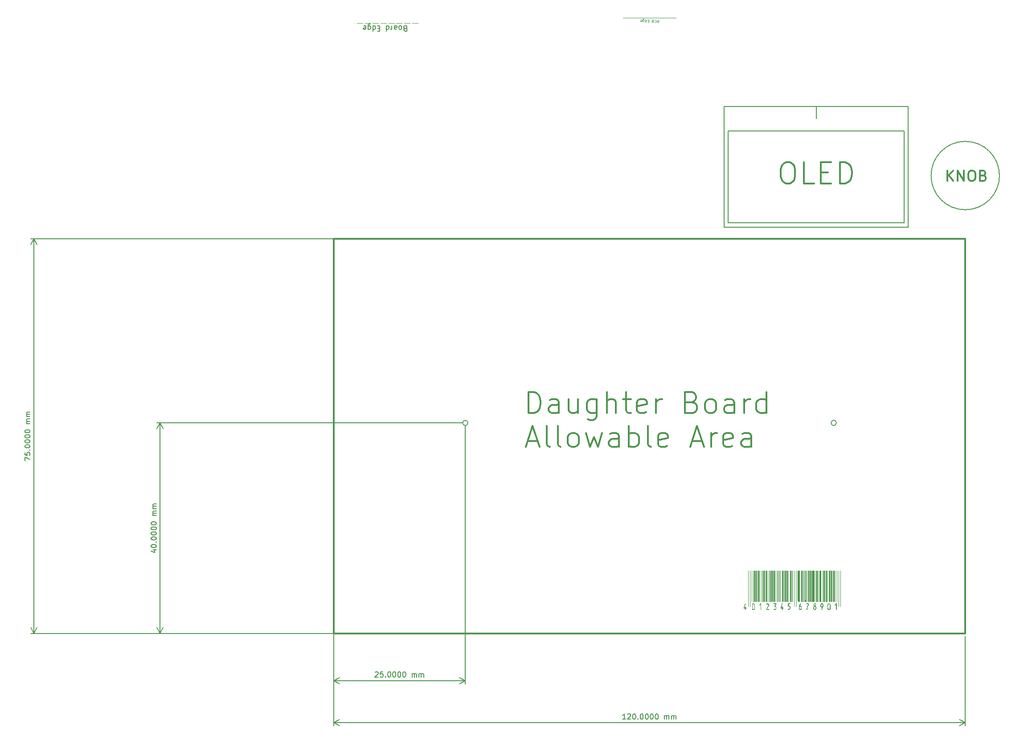
<source format=gbr>
%TF.GenerationSoftware,KiCad,Pcbnew,9.0.0*%
%TF.CreationDate,2025-04-03T12:25:32-04:00*%
%TF.ProjectId,ephys-test-board,65706879-732d-4746-9573-742d626f6172,C*%
%TF.SameCoordinates,Original*%
%TF.FileFunction,OtherDrawing,Comment*%
%FSLAX46Y46*%
G04 Gerber Fmt 4.6, Leading zero omitted, Abs format (unit mm)*
G04 Created by KiCad (PCBNEW 9.0.0) date 2025-04-03 12:25:32*
%MOMM*%
%LPD*%
G01*
G04 APERTURE LIST*
%ADD10C,0.150000*%
%ADD11C,0.300000*%
%ADD12C,0.100000*%
%ADD13C,0.000000*%
G04 APERTURE END LIST*
D10*
X214170000Y-70857500D02*
X249170000Y-70857500D01*
X249170000Y-93857500D01*
X214170000Y-93857500D01*
X214170000Y-70857500D01*
D11*
X140000000Y-96000000D02*
X260000000Y-96000000D01*
X260000000Y-171000000D01*
X140000000Y-171000000D01*
X140000000Y-96000000D01*
D10*
X266500000Y-84000000D02*
G75*
G02*
X253500000Y-84000000I-6500000J0D01*
G01*
X253500000Y-84000000D02*
G75*
G02*
X266500000Y-84000000I6500000J0D01*
G01*
X231670000Y-70857500D02*
X231670000Y-73142500D01*
X165500000Y-131000000D02*
G75*
G02*
X164500000Y-131000000I-500000J0D01*
G01*
X164500000Y-131000000D02*
G75*
G02*
X165500000Y-131000000I500000J0D01*
G01*
X214920000Y-75500000D02*
X248420000Y-75500000D01*
X248420000Y-93000000D01*
X214920000Y-93000000D01*
X214920000Y-75500000D01*
X235500000Y-131000000D02*
G75*
G02*
X234500000Y-131000000I-500000J0D01*
G01*
X234500000Y-131000000D02*
G75*
G02*
X235500000Y-131000000I500000J0D01*
G01*
D11*
X256573558Y-85039638D02*
X256573558Y-83039638D01*
X257716415Y-85039638D02*
X256859272Y-83896780D01*
X257716415Y-83039638D02*
X256573558Y-84182495D01*
X258573558Y-85039638D02*
X258573558Y-83039638D01*
X258573558Y-83039638D02*
X259716415Y-85039638D01*
X259716415Y-85039638D02*
X259716415Y-83039638D01*
X261049748Y-83039638D02*
X261430701Y-83039638D01*
X261430701Y-83039638D02*
X261621177Y-83134876D01*
X261621177Y-83134876D02*
X261811653Y-83325352D01*
X261811653Y-83325352D02*
X261906891Y-83706304D01*
X261906891Y-83706304D02*
X261906891Y-84372971D01*
X261906891Y-84372971D02*
X261811653Y-84753923D01*
X261811653Y-84753923D02*
X261621177Y-84944400D01*
X261621177Y-84944400D02*
X261430701Y-85039638D01*
X261430701Y-85039638D02*
X261049748Y-85039638D01*
X261049748Y-85039638D02*
X260859272Y-84944400D01*
X260859272Y-84944400D02*
X260668796Y-84753923D01*
X260668796Y-84753923D02*
X260573558Y-84372971D01*
X260573558Y-84372971D02*
X260573558Y-83706304D01*
X260573558Y-83706304D02*
X260668796Y-83325352D01*
X260668796Y-83325352D02*
X260859272Y-83134876D01*
X260859272Y-83134876D02*
X261049748Y-83039638D01*
X263430701Y-83992019D02*
X263716415Y-84087257D01*
X263716415Y-84087257D02*
X263811653Y-84182495D01*
X263811653Y-84182495D02*
X263906891Y-84372971D01*
X263906891Y-84372971D02*
X263906891Y-84658685D01*
X263906891Y-84658685D02*
X263811653Y-84849161D01*
X263811653Y-84849161D02*
X263716415Y-84944400D01*
X263716415Y-84944400D02*
X263525939Y-85039638D01*
X263525939Y-85039638D02*
X262764034Y-85039638D01*
X262764034Y-85039638D02*
X262764034Y-83039638D01*
X262764034Y-83039638D02*
X263430701Y-83039638D01*
X263430701Y-83039638D02*
X263621177Y-83134876D01*
X263621177Y-83134876D02*
X263716415Y-83230114D01*
X263716415Y-83230114D02*
X263811653Y-83420590D01*
X263811653Y-83420590D02*
X263811653Y-83611066D01*
X263811653Y-83611066D02*
X263716415Y-83801542D01*
X263716415Y-83801542D02*
X263621177Y-83896780D01*
X263621177Y-83896780D02*
X263430701Y-83992019D01*
X263430701Y-83992019D02*
X262764034Y-83992019D01*
X177049748Y-129155100D02*
X177049748Y-125155100D01*
X177049748Y-125155100D02*
X178002129Y-125155100D01*
X178002129Y-125155100D02*
X178573558Y-125345576D01*
X178573558Y-125345576D02*
X178954510Y-125726528D01*
X178954510Y-125726528D02*
X179144987Y-126107481D01*
X179144987Y-126107481D02*
X179335463Y-126869385D01*
X179335463Y-126869385D02*
X179335463Y-127440814D01*
X179335463Y-127440814D02*
X179144987Y-128202719D01*
X179144987Y-128202719D02*
X178954510Y-128583671D01*
X178954510Y-128583671D02*
X178573558Y-128964624D01*
X178573558Y-128964624D02*
X178002129Y-129155100D01*
X178002129Y-129155100D02*
X177049748Y-129155100D01*
X182764034Y-129155100D02*
X182764034Y-127059862D01*
X182764034Y-127059862D02*
X182573558Y-126678909D01*
X182573558Y-126678909D02*
X182192606Y-126488433D01*
X182192606Y-126488433D02*
X181430701Y-126488433D01*
X181430701Y-126488433D02*
X181049748Y-126678909D01*
X182764034Y-128964624D02*
X182383082Y-129155100D01*
X182383082Y-129155100D02*
X181430701Y-129155100D01*
X181430701Y-129155100D02*
X181049748Y-128964624D01*
X181049748Y-128964624D02*
X180859272Y-128583671D01*
X180859272Y-128583671D02*
X180859272Y-128202719D01*
X180859272Y-128202719D02*
X181049748Y-127821766D01*
X181049748Y-127821766D02*
X181430701Y-127631290D01*
X181430701Y-127631290D02*
X182383082Y-127631290D01*
X182383082Y-127631290D02*
X182764034Y-127440814D01*
X186383082Y-126488433D02*
X186383082Y-129155100D01*
X184668796Y-126488433D02*
X184668796Y-128583671D01*
X184668796Y-128583671D02*
X184859273Y-128964624D01*
X184859273Y-128964624D02*
X185240225Y-129155100D01*
X185240225Y-129155100D02*
X185811654Y-129155100D01*
X185811654Y-129155100D02*
X186192606Y-128964624D01*
X186192606Y-128964624D02*
X186383082Y-128774147D01*
X190002130Y-126488433D02*
X190002130Y-129726528D01*
X190002130Y-129726528D02*
X189811654Y-130107481D01*
X189811654Y-130107481D02*
X189621178Y-130297957D01*
X189621178Y-130297957D02*
X189240225Y-130488433D01*
X189240225Y-130488433D02*
X188668797Y-130488433D01*
X188668797Y-130488433D02*
X188287844Y-130297957D01*
X190002130Y-128964624D02*
X189621178Y-129155100D01*
X189621178Y-129155100D02*
X188859273Y-129155100D01*
X188859273Y-129155100D02*
X188478321Y-128964624D01*
X188478321Y-128964624D02*
X188287844Y-128774147D01*
X188287844Y-128774147D02*
X188097368Y-128393195D01*
X188097368Y-128393195D02*
X188097368Y-127250338D01*
X188097368Y-127250338D02*
X188287844Y-126869385D01*
X188287844Y-126869385D02*
X188478321Y-126678909D01*
X188478321Y-126678909D02*
X188859273Y-126488433D01*
X188859273Y-126488433D02*
X189621178Y-126488433D01*
X189621178Y-126488433D02*
X190002130Y-126678909D01*
X191906892Y-129155100D02*
X191906892Y-125155100D01*
X193621178Y-129155100D02*
X193621178Y-127059862D01*
X193621178Y-127059862D02*
X193430702Y-126678909D01*
X193430702Y-126678909D02*
X193049750Y-126488433D01*
X193049750Y-126488433D02*
X192478321Y-126488433D01*
X192478321Y-126488433D02*
X192097369Y-126678909D01*
X192097369Y-126678909D02*
X191906892Y-126869385D01*
X194954512Y-126488433D02*
X196478321Y-126488433D01*
X195525940Y-125155100D02*
X195525940Y-128583671D01*
X195525940Y-128583671D02*
X195716417Y-128964624D01*
X195716417Y-128964624D02*
X196097369Y-129155100D01*
X196097369Y-129155100D02*
X196478321Y-129155100D01*
X199335464Y-128964624D02*
X198954512Y-129155100D01*
X198954512Y-129155100D02*
X198192607Y-129155100D01*
X198192607Y-129155100D02*
X197811654Y-128964624D01*
X197811654Y-128964624D02*
X197621178Y-128583671D01*
X197621178Y-128583671D02*
X197621178Y-127059862D01*
X197621178Y-127059862D02*
X197811654Y-126678909D01*
X197811654Y-126678909D02*
X198192607Y-126488433D01*
X198192607Y-126488433D02*
X198954512Y-126488433D01*
X198954512Y-126488433D02*
X199335464Y-126678909D01*
X199335464Y-126678909D02*
X199525940Y-127059862D01*
X199525940Y-127059862D02*
X199525940Y-127440814D01*
X199525940Y-127440814D02*
X197621178Y-127821766D01*
X201240225Y-129155100D02*
X201240225Y-126488433D01*
X201240225Y-127250338D02*
X201430702Y-126869385D01*
X201430702Y-126869385D02*
X201621178Y-126678909D01*
X201621178Y-126678909D02*
X202002130Y-126488433D01*
X202002130Y-126488433D02*
X202383083Y-126488433D01*
X208097368Y-127059862D02*
X208668796Y-127250338D01*
X208668796Y-127250338D02*
X208859273Y-127440814D01*
X208859273Y-127440814D02*
X209049749Y-127821766D01*
X209049749Y-127821766D02*
X209049749Y-128393195D01*
X209049749Y-128393195D02*
X208859273Y-128774147D01*
X208859273Y-128774147D02*
X208668796Y-128964624D01*
X208668796Y-128964624D02*
X208287844Y-129155100D01*
X208287844Y-129155100D02*
X206764034Y-129155100D01*
X206764034Y-129155100D02*
X206764034Y-125155100D01*
X206764034Y-125155100D02*
X208097368Y-125155100D01*
X208097368Y-125155100D02*
X208478320Y-125345576D01*
X208478320Y-125345576D02*
X208668796Y-125536052D01*
X208668796Y-125536052D02*
X208859273Y-125917004D01*
X208859273Y-125917004D02*
X208859273Y-126297957D01*
X208859273Y-126297957D02*
X208668796Y-126678909D01*
X208668796Y-126678909D02*
X208478320Y-126869385D01*
X208478320Y-126869385D02*
X208097368Y-127059862D01*
X208097368Y-127059862D02*
X206764034Y-127059862D01*
X211335463Y-129155100D02*
X210954511Y-128964624D01*
X210954511Y-128964624D02*
X210764034Y-128774147D01*
X210764034Y-128774147D02*
X210573558Y-128393195D01*
X210573558Y-128393195D02*
X210573558Y-127250338D01*
X210573558Y-127250338D02*
X210764034Y-126869385D01*
X210764034Y-126869385D02*
X210954511Y-126678909D01*
X210954511Y-126678909D02*
X211335463Y-126488433D01*
X211335463Y-126488433D02*
X211906892Y-126488433D01*
X211906892Y-126488433D02*
X212287844Y-126678909D01*
X212287844Y-126678909D02*
X212478320Y-126869385D01*
X212478320Y-126869385D02*
X212668796Y-127250338D01*
X212668796Y-127250338D02*
X212668796Y-128393195D01*
X212668796Y-128393195D02*
X212478320Y-128774147D01*
X212478320Y-128774147D02*
X212287844Y-128964624D01*
X212287844Y-128964624D02*
X211906892Y-129155100D01*
X211906892Y-129155100D02*
X211335463Y-129155100D01*
X216097368Y-129155100D02*
X216097368Y-127059862D01*
X216097368Y-127059862D02*
X215906892Y-126678909D01*
X215906892Y-126678909D02*
X215525940Y-126488433D01*
X215525940Y-126488433D02*
X214764035Y-126488433D01*
X214764035Y-126488433D02*
X214383082Y-126678909D01*
X216097368Y-128964624D02*
X215716416Y-129155100D01*
X215716416Y-129155100D02*
X214764035Y-129155100D01*
X214764035Y-129155100D02*
X214383082Y-128964624D01*
X214383082Y-128964624D02*
X214192606Y-128583671D01*
X214192606Y-128583671D02*
X214192606Y-128202719D01*
X214192606Y-128202719D02*
X214383082Y-127821766D01*
X214383082Y-127821766D02*
X214764035Y-127631290D01*
X214764035Y-127631290D02*
X215716416Y-127631290D01*
X215716416Y-127631290D02*
X216097368Y-127440814D01*
X218002130Y-129155100D02*
X218002130Y-126488433D01*
X218002130Y-127250338D02*
X218192607Y-126869385D01*
X218192607Y-126869385D02*
X218383083Y-126678909D01*
X218383083Y-126678909D02*
X218764035Y-126488433D01*
X218764035Y-126488433D02*
X219144988Y-126488433D01*
X222192606Y-129155100D02*
X222192606Y-125155100D01*
X222192606Y-128964624D02*
X221811654Y-129155100D01*
X221811654Y-129155100D02*
X221049749Y-129155100D01*
X221049749Y-129155100D02*
X220668797Y-128964624D01*
X220668797Y-128964624D02*
X220478320Y-128774147D01*
X220478320Y-128774147D02*
X220287844Y-128393195D01*
X220287844Y-128393195D02*
X220287844Y-127250338D01*
X220287844Y-127250338D02*
X220478320Y-126869385D01*
X220478320Y-126869385D02*
X220668797Y-126678909D01*
X220668797Y-126678909D02*
X221049749Y-126488433D01*
X221049749Y-126488433D02*
X221811654Y-126488433D01*
X221811654Y-126488433D02*
X222192606Y-126678909D01*
X176859272Y-134452019D02*
X178764034Y-134452019D01*
X176478320Y-135594876D02*
X177811653Y-131594876D01*
X177811653Y-131594876D02*
X179144987Y-135594876D01*
X181049748Y-135594876D02*
X180668796Y-135404400D01*
X180668796Y-135404400D02*
X180478319Y-135023447D01*
X180478319Y-135023447D02*
X180478319Y-131594876D01*
X183144986Y-135594876D02*
X182764034Y-135404400D01*
X182764034Y-135404400D02*
X182573557Y-135023447D01*
X182573557Y-135023447D02*
X182573557Y-131594876D01*
X185240224Y-135594876D02*
X184859272Y-135404400D01*
X184859272Y-135404400D02*
X184668795Y-135213923D01*
X184668795Y-135213923D02*
X184478319Y-134832971D01*
X184478319Y-134832971D02*
X184478319Y-133690114D01*
X184478319Y-133690114D02*
X184668795Y-133309161D01*
X184668795Y-133309161D02*
X184859272Y-133118685D01*
X184859272Y-133118685D02*
X185240224Y-132928209D01*
X185240224Y-132928209D02*
X185811653Y-132928209D01*
X185811653Y-132928209D02*
X186192605Y-133118685D01*
X186192605Y-133118685D02*
X186383081Y-133309161D01*
X186383081Y-133309161D02*
X186573557Y-133690114D01*
X186573557Y-133690114D02*
X186573557Y-134832971D01*
X186573557Y-134832971D02*
X186383081Y-135213923D01*
X186383081Y-135213923D02*
X186192605Y-135404400D01*
X186192605Y-135404400D02*
X185811653Y-135594876D01*
X185811653Y-135594876D02*
X185240224Y-135594876D01*
X187906891Y-132928209D02*
X188668796Y-135594876D01*
X188668796Y-135594876D02*
X189430701Y-133690114D01*
X189430701Y-133690114D02*
X190192605Y-135594876D01*
X190192605Y-135594876D02*
X190954510Y-132928209D01*
X194192605Y-135594876D02*
X194192605Y-133499638D01*
X194192605Y-133499638D02*
X194002129Y-133118685D01*
X194002129Y-133118685D02*
X193621177Y-132928209D01*
X193621177Y-132928209D02*
X192859272Y-132928209D01*
X192859272Y-132928209D02*
X192478319Y-133118685D01*
X194192605Y-135404400D02*
X193811653Y-135594876D01*
X193811653Y-135594876D02*
X192859272Y-135594876D01*
X192859272Y-135594876D02*
X192478319Y-135404400D01*
X192478319Y-135404400D02*
X192287843Y-135023447D01*
X192287843Y-135023447D02*
X192287843Y-134642495D01*
X192287843Y-134642495D02*
X192478319Y-134261542D01*
X192478319Y-134261542D02*
X192859272Y-134071066D01*
X192859272Y-134071066D02*
X193811653Y-134071066D01*
X193811653Y-134071066D02*
X194192605Y-133880590D01*
X196097367Y-135594876D02*
X196097367Y-131594876D01*
X196097367Y-133118685D02*
X196478320Y-132928209D01*
X196478320Y-132928209D02*
X197240225Y-132928209D01*
X197240225Y-132928209D02*
X197621177Y-133118685D01*
X197621177Y-133118685D02*
X197811653Y-133309161D01*
X197811653Y-133309161D02*
X198002129Y-133690114D01*
X198002129Y-133690114D02*
X198002129Y-134832971D01*
X198002129Y-134832971D02*
X197811653Y-135213923D01*
X197811653Y-135213923D02*
X197621177Y-135404400D01*
X197621177Y-135404400D02*
X197240225Y-135594876D01*
X197240225Y-135594876D02*
X196478320Y-135594876D01*
X196478320Y-135594876D02*
X196097367Y-135404400D01*
X200287844Y-135594876D02*
X199906892Y-135404400D01*
X199906892Y-135404400D02*
X199716415Y-135023447D01*
X199716415Y-135023447D02*
X199716415Y-131594876D01*
X203335463Y-135404400D02*
X202954511Y-135594876D01*
X202954511Y-135594876D02*
X202192606Y-135594876D01*
X202192606Y-135594876D02*
X201811653Y-135404400D01*
X201811653Y-135404400D02*
X201621177Y-135023447D01*
X201621177Y-135023447D02*
X201621177Y-133499638D01*
X201621177Y-133499638D02*
X201811653Y-133118685D01*
X201811653Y-133118685D02*
X202192606Y-132928209D01*
X202192606Y-132928209D02*
X202954511Y-132928209D01*
X202954511Y-132928209D02*
X203335463Y-133118685D01*
X203335463Y-133118685D02*
X203525939Y-133499638D01*
X203525939Y-133499638D02*
X203525939Y-133880590D01*
X203525939Y-133880590D02*
X201621177Y-134261542D01*
X208097367Y-134452019D02*
X210002129Y-134452019D01*
X207716415Y-135594876D02*
X209049748Y-131594876D01*
X209049748Y-131594876D02*
X210383082Y-135594876D01*
X211716414Y-135594876D02*
X211716414Y-132928209D01*
X211716414Y-133690114D02*
X211906891Y-133309161D01*
X211906891Y-133309161D02*
X212097367Y-133118685D01*
X212097367Y-133118685D02*
X212478319Y-132928209D01*
X212478319Y-132928209D02*
X212859272Y-132928209D01*
X215716414Y-135404400D02*
X215335462Y-135594876D01*
X215335462Y-135594876D02*
X214573557Y-135594876D01*
X214573557Y-135594876D02*
X214192604Y-135404400D01*
X214192604Y-135404400D02*
X214002128Y-135023447D01*
X214002128Y-135023447D02*
X214002128Y-133499638D01*
X214002128Y-133499638D02*
X214192604Y-133118685D01*
X214192604Y-133118685D02*
X214573557Y-132928209D01*
X214573557Y-132928209D02*
X215335462Y-132928209D01*
X215335462Y-132928209D02*
X215716414Y-133118685D01*
X215716414Y-133118685D02*
X215906890Y-133499638D01*
X215906890Y-133499638D02*
X215906890Y-133880590D01*
X215906890Y-133880590D02*
X214002128Y-134261542D01*
X219335461Y-135594876D02*
X219335461Y-133499638D01*
X219335461Y-133499638D02*
X219144985Y-133118685D01*
X219144985Y-133118685D02*
X218764033Y-132928209D01*
X218764033Y-132928209D02*
X218002128Y-132928209D01*
X218002128Y-132928209D02*
X217621175Y-133118685D01*
X219335461Y-135404400D02*
X218954509Y-135594876D01*
X218954509Y-135594876D02*
X218002128Y-135594876D01*
X218002128Y-135594876D02*
X217621175Y-135404400D01*
X217621175Y-135404400D02*
X217430699Y-135023447D01*
X217430699Y-135023447D02*
X217430699Y-134642495D01*
X217430699Y-134642495D02*
X217621175Y-134261542D01*
X217621175Y-134261542D02*
X218002128Y-134071066D01*
X218002128Y-134071066D02*
X218954509Y-134071066D01*
X218954509Y-134071066D02*
X219335461Y-133880590D01*
X225911653Y-81494876D02*
X226673558Y-81494876D01*
X226673558Y-81494876D02*
X227054510Y-81685352D01*
X227054510Y-81685352D02*
X227435463Y-82066304D01*
X227435463Y-82066304D02*
X227625939Y-82828209D01*
X227625939Y-82828209D02*
X227625939Y-84161542D01*
X227625939Y-84161542D02*
X227435463Y-84923447D01*
X227435463Y-84923447D02*
X227054510Y-85304400D01*
X227054510Y-85304400D02*
X226673558Y-85494876D01*
X226673558Y-85494876D02*
X225911653Y-85494876D01*
X225911653Y-85494876D02*
X225530701Y-85304400D01*
X225530701Y-85304400D02*
X225149748Y-84923447D01*
X225149748Y-84923447D02*
X224959272Y-84161542D01*
X224959272Y-84161542D02*
X224959272Y-82828209D01*
X224959272Y-82828209D02*
X225149748Y-82066304D01*
X225149748Y-82066304D02*
X225530701Y-81685352D01*
X225530701Y-81685352D02*
X225911653Y-81494876D01*
X231244986Y-85494876D02*
X229340224Y-85494876D01*
X229340224Y-85494876D02*
X229340224Y-81494876D01*
X232578319Y-83399638D02*
X233911653Y-83399638D01*
X234483081Y-85494876D02*
X232578319Y-85494876D01*
X232578319Y-85494876D02*
X232578319Y-81494876D01*
X232578319Y-81494876D02*
X234483081Y-81494876D01*
X236197367Y-85494876D02*
X236197367Y-81494876D01*
X236197367Y-81494876D02*
X237149748Y-81494876D01*
X237149748Y-81494876D02*
X237721177Y-81685352D01*
X237721177Y-81685352D02*
X238102129Y-82066304D01*
X238102129Y-82066304D02*
X238292606Y-82447257D01*
X238292606Y-82447257D02*
X238483082Y-83209161D01*
X238483082Y-83209161D02*
X238483082Y-83780590D01*
X238483082Y-83780590D02*
X238292606Y-84542495D01*
X238292606Y-84542495D02*
X238102129Y-84923447D01*
X238102129Y-84923447D02*
X237721177Y-85304400D01*
X237721177Y-85304400D02*
X237149748Y-85494876D01*
X237149748Y-85494876D02*
X236197367Y-85494876D01*
D10*
X195476190Y-187304819D02*
X194904762Y-187304819D01*
X195190476Y-187304819D02*
X195190476Y-186304819D01*
X195190476Y-186304819D02*
X195095238Y-186447676D01*
X195095238Y-186447676D02*
X195000000Y-186542914D01*
X195000000Y-186542914D02*
X194904762Y-186590533D01*
X195857143Y-186400057D02*
X195904762Y-186352438D01*
X195904762Y-186352438D02*
X196000000Y-186304819D01*
X196000000Y-186304819D02*
X196238095Y-186304819D01*
X196238095Y-186304819D02*
X196333333Y-186352438D01*
X196333333Y-186352438D02*
X196380952Y-186400057D01*
X196380952Y-186400057D02*
X196428571Y-186495295D01*
X196428571Y-186495295D02*
X196428571Y-186590533D01*
X196428571Y-186590533D02*
X196380952Y-186733390D01*
X196380952Y-186733390D02*
X195809524Y-187304819D01*
X195809524Y-187304819D02*
X196428571Y-187304819D01*
X197047619Y-186304819D02*
X197142857Y-186304819D01*
X197142857Y-186304819D02*
X197238095Y-186352438D01*
X197238095Y-186352438D02*
X197285714Y-186400057D01*
X197285714Y-186400057D02*
X197333333Y-186495295D01*
X197333333Y-186495295D02*
X197380952Y-186685771D01*
X197380952Y-186685771D02*
X197380952Y-186923866D01*
X197380952Y-186923866D02*
X197333333Y-187114342D01*
X197333333Y-187114342D02*
X197285714Y-187209580D01*
X197285714Y-187209580D02*
X197238095Y-187257200D01*
X197238095Y-187257200D02*
X197142857Y-187304819D01*
X197142857Y-187304819D02*
X197047619Y-187304819D01*
X197047619Y-187304819D02*
X196952381Y-187257200D01*
X196952381Y-187257200D02*
X196904762Y-187209580D01*
X196904762Y-187209580D02*
X196857143Y-187114342D01*
X196857143Y-187114342D02*
X196809524Y-186923866D01*
X196809524Y-186923866D02*
X196809524Y-186685771D01*
X196809524Y-186685771D02*
X196857143Y-186495295D01*
X196857143Y-186495295D02*
X196904762Y-186400057D01*
X196904762Y-186400057D02*
X196952381Y-186352438D01*
X196952381Y-186352438D02*
X197047619Y-186304819D01*
X197809524Y-187209580D02*
X197857143Y-187257200D01*
X197857143Y-187257200D02*
X197809524Y-187304819D01*
X197809524Y-187304819D02*
X197761905Y-187257200D01*
X197761905Y-187257200D02*
X197809524Y-187209580D01*
X197809524Y-187209580D02*
X197809524Y-187304819D01*
X198476190Y-186304819D02*
X198571428Y-186304819D01*
X198571428Y-186304819D02*
X198666666Y-186352438D01*
X198666666Y-186352438D02*
X198714285Y-186400057D01*
X198714285Y-186400057D02*
X198761904Y-186495295D01*
X198761904Y-186495295D02*
X198809523Y-186685771D01*
X198809523Y-186685771D02*
X198809523Y-186923866D01*
X198809523Y-186923866D02*
X198761904Y-187114342D01*
X198761904Y-187114342D02*
X198714285Y-187209580D01*
X198714285Y-187209580D02*
X198666666Y-187257200D01*
X198666666Y-187257200D02*
X198571428Y-187304819D01*
X198571428Y-187304819D02*
X198476190Y-187304819D01*
X198476190Y-187304819D02*
X198380952Y-187257200D01*
X198380952Y-187257200D02*
X198333333Y-187209580D01*
X198333333Y-187209580D02*
X198285714Y-187114342D01*
X198285714Y-187114342D02*
X198238095Y-186923866D01*
X198238095Y-186923866D02*
X198238095Y-186685771D01*
X198238095Y-186685771D02*
X198285714Y-186495295D01*
X198285714Y-186495295D02*
X198333333Y-186400057D01*
X198333333Y-186400057D02*
X198380952Y-186352438D01*
X198380952Y-186352438D02*
X198476190Y-186304819D01*
X199428571Y-186304819D02*
X199523809Y-186304819D01*
X199523809Y-186304819D02*
X199619047Y-186352438D01*
X199619047Y-186352438D02*
X199666666Y-186400057D01*
X199666666Y-186400057D02*
X199714285Y-186495295D01*
X199714285Y-186495295D02*
X199761904Y-186685771D01*
X199761904Y-186685771D02*
X199761904Y-186923866D01*
X199761904Y-186923866D02*
X199714285Y-187114342D01*
X199714285Y-187114342D02*
X199666666Y-187209580D01*
X199666666Y-187209580D02*
X199619047Y-187257200D01*
X199619047Y-187257200D02*
X199523809Y-187304819D01*
X199523809Y-187304819D02*
X199428571Y-187304819D01*
X199428571Y-187304819D02*
X199333333Y-187257200D01*
X199333333Y-187257200D02*
X199285714Y-187209580D01*
X199285714Y-187209580D02*
X199238095Y-187114342D01*
X199238095Y-187114342D02*
X199190476Y-186923866D01*
X199190476Y-186923866D02*
X199190476Y-186685771D01*
X199190476Y-186685771D02*
X199238095Y-186495295D01*
X199238095Y-186495295D02*
X199285714Y-186400057D01*
X199285714Y-186400057D02*
X199333333Y-186352438D01*
X199333333Y-186352438D02*
X199428571Y-186304819D01*
X200380952Y-186304819D02*
X200476190Y-186304819D01*
X200476190Y-186304819D02*
X200571428Y-186352438D01*
X200571428Y-186352438D02*
X200619047Y-186400057D01*
X200619047Y-186400057D02*
X200666666Y-186495295D01*
X200666666Y-186495295D02*
X200714285Y-186685771D01*
X200714285Y-186685771D02*
X200714285Y-186923866D01*
X200714285Y-186923866D02*
X200666666Y-187114342D01*
X200666666Y-187114342D02*
X200619047Y-187209580D01*
X200619047Y-187209580D02*
X200571428Y-187257200D01*
X200571428Y-187257200D02*
X200476190Y-187304819D01*
X200476190Y-187304819D02*
X200380952Y-187304819D01*
X200380952Y-187304819D02*
X200285714Y-187257200D01*
X200285714Y-187257200D02*
X200238095Y-187209580D01*
X200238095Y-187209580D02*
X200190476Y-187114342D01*
X200190476Y-187114342D02*
X200142857Y-186923866D01*
X200142857Y-186923866D02*
X200142857Y-186685771D01*
X200142857Y-186685771D02*
X200190476Y-186495295D01*
X200190476Y-186495295D02*
X200238095Y-186400057D01*
X200238095Y-186400057D02*
X200285714Y-186352438D01*
X200285714Y-186352438D02*
X200380952Y-186304819D01*
X201333333Y-186304819D02*
X201428571Y-186304819D01*
X201428571Y-186304819D02*
X201523809Y-186352438D01*
X201523809Y-186352438D02*
X201571428Y-186400057D01*
X201571428Y-186400057D02*
X201619047Y-186495295D01*
X201619047Y-186495295D02*
X201666666Y-186685771D01*
X201666666Y-186685771D02*
X201666666Y-186923866D01*
X201666666Y-186923866D02*
X201619047Y-187114342D01*
X201619047Y-187114342D02*
X201571428Y-187209580D01*
X201571428Y-187209580D02*
X201523809Y-187257200D01*
X201523809Y-187257200D02*
X201428571Y-187304819D01*
X201428571Y-187304819D02*
X201333333Y-187304819D01*
X201333333Y-187304819D02*
X201238095Y-187257200D01*
X201238095Y-187257200D02*
X201190476Y-187209580D01*
X201190476Y-187209580D02*
X201142857Y-187114342D01*
X201142857Y-187114342D02*
X201095238Y-186923866D01*
X201095238Y-186923866D02*
X201095238Y-186685771D01*
X201095238Y-186685771D02*
X201142857Y-186495295D01*
X201142857Y-186495295D02*
X201190476Y-186400057D01*
X201190476Y-186400057D02*
X201238095Y-186352438D01*
X201238095Y-186352438D02*
X201333333Y-186304819D01*
X202857143Y-187304819D02*
X202857143Y-186638152D01*
X202857143Y-186733390D02*
X202904762Y-186685771D01*
X202904762Y-186685771D02*
X203000000Y-186638152D01*
X203000000Y-186638152D02*
X203142857Y-186638152D01*
X203142857Y-186638152D02*
X203238095Y-186685771D01*
X203238095Y-186685771D02*
X203285714Y-186781009D01*
X203285714Y-186781009D02*
X203285714Y-187304819D01*
X203285714Y-186781009D02*
X203333333Y-186685771D01*
X203333333Y-186685771D02*
X203428571Y-186638152D01*
X203428571Y-186638152D02*
X203571428Y-186638152D01*
X203571428Y-186638152D02*
X203666667Y-186685771D01*
X203666667Y-186685771D02*
X203714286Y-186781009D01*
X203714286Y-186781009D02*
X203714286Y-187304819D01*
X204190476Y-187304819D02*
X204190476Y-186638152D01*
X204190476Y-186733390D02*
X204238095Y-186685771D01*
X204238095Y-186685771D02*
X204333333Y-186638152D01*
X204333333Y-186638152D02*
X204476190Y-186638152D01*
X204476190Y-186638152D02*
X204571428Y-186685771D01*
X204571428Y-186685771D02*
X204619047Y-186781009D01*
X204619047Y-186781009D02*
X204619047Y-187304819D01*
X204619047Y-186781009D02*
X204666666Y-186685771D01*
X204666666Y-186685771D02*
X204761904Y-186638152D01*
X204761904Y-186638152D02*
X204904761Y-186638152D01*
X204904761Y-186638152D02*
X205000000Y-186685771D01*
X205000000Y-186685771D02*
X205047619Y-186781009D01*
X205047619Y-186781009D02*
X205047619Y-187304819D01*
X140000000Y-171500000D02*
X140000000Y-188586420D01*
X260000000Y-188586420D02*
X260000000Y-171500000D01*
X140000000Y-188000000D02*
X260000000Y-188000000D01*
X140000000Y-188000000D02*
X260000000Y-188000000D01*
X140000000Y-188000000D02*
X141126504Y-187413579D01*
X140000000Y-188000000D02*
X141126504Y-188586421D01*
X260000000Y-188000000D02*
X258873496Y-188586421D01*
X260000000Y-188000000D02*
X258873496Y-187413579D01*
X140000000Y-188000000D02*
X260000000Y-188000000D01*
X140000000Y-188000000D02*
X260000000Y-188000000D01*
X140000000Y-188000000D02*
X141126504Y-187413579D01*
X140000000Y-188000000D02*
X141126504Y-188586421D01*
X260000000Y-188000000D02*
X258873496Y-188586421D01*
X260000000Y-188000000D02*
X258873496Y-187413579D01*
X105638152Y-155142856D02*
X106304819Y-155142856D01*
X105257200Y-155380951D02*
X105971485Y-155619046D01*
X105971485Y-155619046D02*
X105971485Y-154999999D01*
X105304819Y-154428570D02*
X105304819Y-154333332D01*
X105304819Y-154333332D02*
X105352438Y-154238094D01*
X105352438Y-154238094D02*
X105400057Y-154190475D01*
X105400057Y-154190475D02*
X105495295Y-154142856D01*
X105495295Y-154142856D02*
X105685771Y-154095237D01*
X105685771Y-154095237D02*
X105923866Y-154095237D01*
X105923866Y-154095237D02*
X106114342Y-154142856D01*
X106114342Y-154142856D02*
X106209580Y-154190475D01*
X106209580Y-154190475D02*
X106257200Y-154238094D01*
X106257200Y-154238094D02*
X106304819Y-154333332D01*
X106304819Y-154333332D02*
X106304819Y-154428570D01*
X106304819Y-154428570D02*
X106257200Y-154523808D01*
X106257200Y-154523808D02*
X106209580Y-154571427D01*
X106209580Y-154571427D02*
X106114342Y-154619046D01*
X106114342Y-154619046D02*
X105923866Y-154666665D01*
X105923866Y-154666665D02*
X105685771Y-154666665D01*
X105685771Y-154666665D02*
X105495295Y-154619046D01*
X105495295Y-154619046D02*
X105400057Y-154571427D01*
X105400057Y-154571427D02*
X105352438Y-154523808D01*
X105352438Y-154523808D02*
X105304819Y-154428570D01*
X106209580Y-153666665D02*
X106257200Y-153619046D01*
X106257200Y-153619046D02*
X106304819Y-153666665D01*
X106304819Y-153666665D02*
X106257200Y-153714284D01*
X106257200Y-153714284D02*
X106209580Y-153666665D01*
X106209580Y-153666665D02*
X106304819Y-153666665D01*
X105304819Y-152999999D02*
X105304819Y-152904761D01*
X105304819Y-152904761D02*
X105352438Y-152809523D01*
X105352438Y-152809523D02*
X105400057Y-152761904D01*
X105400057Y-152761904D02*
X105495295Y-152714285D01*
X105495295Y-152714285D02*
X105685771Y-152666666D01*
X105685771Y-152666666D02*
X105923866Y-152666666D01*
X105923866Y-152666666D02*
X106114342Y-152714285D01*
X106114342Y-152714285D02*
X106209580Y-152761904D01*
X106209580Y-152761904D02*
X106257200Y-152809523D01*
X106257200Y-152809523D02*
X106304819Y-152904761D01*
X106304819Y-152904761D02*
X106304819Y-152999999D01*
X106304819Y-152999999D02*
X106257200Y-153095237D01*
X106257200Y-153095237D02*
X106209580Y-153142856D01*
X106209580Y-153142856D02*
X106114342Y-153190475D01*
X106114342Y-153190475D02*
X105923866Y-153238094D01*
X105923866Y-153238094D02*
X105685771Y-153238094D01*
X105685771Y-153238094D02*
X105495295Y-153190475D01*
X105495295Y-153190475D02*
X105400057Y-153142856D01*
X105400057Y-153142856D02*
X105352438Y-153095237D01*
X105352438Y-153095237D02*
X105304819Y-152999999D01*
X105304819Y-152047618D02*
X105304819Y-151952380D01*
X105304819Y-151952380D02*
X105352438Y-151857142D01*
X105352438Y-151857142D02*
X105400057Y-151809523D01*
X105400057Y-151809523D02*
X105495295Y-151761904D01*
X105495295Y-151761904D02*
X105685771Y-151714285D01*
X105685771Y-151714285D02*
X105923866Y-151714285D01*
X105923866Y-151714285D02*
X106114342Y-151761904D01*
X106114342Y-151761904D02*
X106209580Y-151809523D01*
X106209580Y-151809523D02*
X106257200Y-151857142D01*
X106257200Y-151857142D02*
X106304819Y-151952380D01*
X106304819Y-151952380D02*
X106304819Y-152047618D01*
X106304819Y-152047618D02*
X106257200Y-152142856D01*
X106257200Y-152142856D02*
X106209580Y-152190475D01*
X106209580Y-152190475D02*
X106114342Y-152238094D01*
X106114342Y-152238094D02*
X105923866Y-152285713D01*
X105923866Y-152285713D02*
X105685771Y-152285713D01*
X105685771Y-152285713D02*
X105495295Y-152238094D01*
X105495295Y-152238094D02*
X105400057Y-152190475D01*
X105400057Y-152190475D02*
X105352438Y-152142856D01*
X105352438Y-152142856D02*
X105304819Y-152047618D01*
X105304819Y-151095237D02*
X105304819Y-150999999D01*
X105304819Y-150999999D02*
X105352438Y-150904761D01*
X105352438Y-150904761D02*
X105400057Y-150857142D01*
X105400057Y-150857142D02*
X105495295Y-150809523D01*
X105495295Y-150809523D02*
X105685771Y-150761904D01*
X105685771Y-150761904D02*
X105923866Y-150761904D01*
X105923866Y-150761904D02*
X106114342Y-150809523D01*
X106114342Y-150809523D02*
X106209580Y-150857142D01*
X106209580Y-150857142D02*
X106257200Y-150904761D01*
X106257200Y-150904761D02*
X106304819Y-150999999D01*
X106304819Y-150999999D02*
X106304819Y-151095237D01*
X106304819Y-151095237D02*
X106257200Y-151190475D01*
X106257200Y-151190475D02*
X106209580Y-151238094D01*
X106209580Y-151238094D02*
X106114342Y-151285713D01*
X106114342Y-151285713D02*
X105923866Y-151333332D01*
X105923866Y-151333332D02*
X105685771Y-151333332D01*
X105685771Y-151333332D02*
X105495295Y-151285713D01*
X105495295Y-151285713D02*
X105400057Y-151238094D01*
X105400057Y-151238094D02*
X105352438Y-151190475D01*
X105352438Y-151190475D02*
X105304819Y-151095237D01*
X105304819Y-150142856D02*
X105304819Y-150047618D01*
X105304819Y-150047618D02*
X105352438Y-149952380D01*
X105352438Y-149952380D02*
X105400057Y-149904761D01*
X105400057Y-149904761D02*
X105495295Y-149857142D01*
X105495295Y-149857142D02*
X105685771Y-149809523D01*
X105685771Y-149809523D02*
X105923866Y-149809523D01*
X105923866Y-149809523D02*
X106114342Y-149857142D01*
X106114342Y-149857142D02*
X106209580Y-149904761D01*
X106209580Y-149904761D02*
X106257200Y-149952380D01*
X106257200Y-149952380D02*
X106304819Y-150047618D01*
X106304819Y-150047618D02*
X106304819Y-150142856D01*
X106304819Y-150142856D02*
X106257200Y-150238094D01*
X106257200Y-150238094D02*
X106209580Y-150285713D01*
X106209580Y-150285713D02*
X106114342Y-150333332D01*
X106114342Y-150333332D02*
X105923866Y-150380951D01*
X105923866Y-150380951D02*
X105685771Y-150380951D01*
X105685771Y-150380951D02*
X105495295Y-150333332D01*
X105495295Y-150333332D02*
X105400057Y-150285713D01*
X105400057Y-150285713D02*
X105352438Y-150238094D01*
X105352438Y-150238094D02*
X105304819Y-150142856D01*
X106304819Y-148619046D02*
X105638152Y-148619046D01*
X105733390Y-148619046D02*
X105685771Y-148571427D01*
X105685771Y-148571427D02*
X105638152Y-148476189D01*
X105638152Y-148476189D02*
X105638152Y-148333332D01*
X105638152Y-148333332D02*
X105685771Y-148238094D01*
X105685771Y-148238094D02*
X105781009Y-148190475D01*
X105781009Y-148190475D02*
X106304819Y-148190475D01*
X105781009Y-148190475D02*
X105685771Y-148142856D01*
X105685771Y-148142856D02*
X105638152Y-148047618D01*
X105638152Y-148047618D02*
X105638152Y-147904761D01*
X105638152Y-147904761D02*
X105685771Y-147809522D01*
X105685771Y-147809522D02*
X105781009Y-147761903D01*
X105781009Y-147761903D02*
X106304819Y-147761903D01*
X106304819Y-147285713D02*
X105638152Y-147285713D01*
X105733390Y-147285713D02*
X105685771Y-147238094D01*
X105685771Y-147238094D02*
X105638152Y-147142856D01*
X105638152Y-147142856D02*
X105638152Y-146999999D01*
X105638152Y-146999999D02*
X105685771Y-146904761D01*
X105685771Y-146904761D02*
X105781009Y-146857142D01*
X105781009Y-146857142D02*
X106304819Y-146857142D01*
X105781009Y-146857142D02*
X105685771Y-146809523D01*
X105685771Y-146809523D02*
X105638152Y-146714285D01*
X105638152Y-146714285D02*
X105638152Y-146571428D01*
X105638152Y-146571428D02*
X105685771Y-146476189D01*
X105685771Y-146476189D02*
X105781009Y-146428570D01*
X105781009Y-146428570D02*
X106304819Y-146428570D01*
X164500000Y-131000000D02*
X106413580Y-131000000D01*
X106413580Y-171000000D02*
X164500000Y-171000000D01*
X107000000Y-131000000D02*
X107000000Y-171000000D01*
X107000000Y-131000000D02*
X107000000Y-171000000D01*
X107000000Y-131000000D02*
X107586421Y-132126504D01*
X107000000Y-131000000D02*
X106413579Y-132126504D01*
X107000000Y-171000000D02*
X106413579Y-169873496D01*
X107000000Y-171000000D02*
X107586421Y-169873496D01*
X107000000Y-131000000D02*
X107000000Y-171000000D01*
X107000000Y-131000000D02*
X107000000Y-171000000D01*
X107000000Y-131000000D02*
X107586421Y-132126504D01*
X107000000Y-131000000D02*
X106413579Y-132126504D01*
X107000000Y-171000000D02*
X106413579Y-169873496D01*
X107000000Y-171000000D02*
X107586421Y-169873496D01*
X81304819Y-138166665D02*
X81304819Y-137499999D01*
X81304819Y-137499999D02*
X82304819Y-137928570D01*
X81304819Y-136642856D02*
X81304819Y-137119046D01*
X81304819Y-137119046D02*
X81781009Y-137166665D01*
X81781009Y-137166665D02*
X81733390Y-137119046D01*
X81733390Y-137119046D02*
X81685771Y-137023808D01*
X81685771Y-137023808D02*
X81685771Y-136785713D01*
X81685771Y-136785713D02*
X81733390Y-136690475D01*
X81733390Y-136690475D02*
X81781009Y-136642856D01*
X81781009Y-136642856D02*
X81876247Y-136595237D01*
X81876247Y-136595237D02*
X82114342Y-136595237D01*
X82114342Y-136595237D02*
X82209580Y-136642856D01*
X82209580Y-136642856D02*
X82257200Y-136690475D01*
X82257200Y-136690475D02*
X82304819Y-136785713D01*
X82304819Y-136785713D02*
X82304819Y-137023808D01*
X82304819Y-137023808D02*
X82257200Y-137119046D01*
X82257200Y-137119046D02*
X82209580Y-137166665D01*
X82209580Y-136166665D02*
X82257200Y-136119046D01*
X82257200Y-136119046D02*
X82304819Y-136166665D01*
X82304819Y-136166665D02*
X82257200Y-136214284D01*
X82257200Y-136214284D02*
X82209580Y-136166665D01*
X82209580Y-136166665D02*
X82304819Y-136166665D01*
X81304819Y-135499999D02*
X81304819Y-135404761D01*
X81304819Y-135404761D02*
X81352438Y-135309523D01*
X81352438Y-135309523D02*
X81400057Y-135261904D01*
X81400057Y-135261904D02*
X81495295Y-135214285D01*
X81495295Y-135214285D02*
X81685771Y-135166666D01*
X81685771Y-135166666D02*
X81923866Y-135166666D01*
X81923866Y-135166666D02*
X82114342Y-135214285D01*
X82114342Y-135214285D02*
X82209580Y-135261904D01*
X82209580Y-135261904D02*
X82257200Y-135309523D01*
X82257200Y-135309523D02*
X82304819Y-135404761D01*
X82304819Y-135404761D02*
X82304819Y-135499999D01*
X82304819Y-135499999D02*
X82257200Y-135595237D01*
X82257200Y-135595237D02*
X82209580Y-135642856D01*
X82209580Y-135642856D02*
X82114342Y-135690475D01*
X82114342Y-135690475D02*
X81923866Y-135738094D01*
X81923866Y-135738094D02*
X81685771Y-135738094D01*
X81685771Y-135738094D02*
X81495295Y-135690475D01*
X81495295Y-135690475D02*
X81400057Y-135642856D01*
X81400057Y-135642856D02*
X81352438Y-135595237D01*
X81352438Y-135595237D02*
X81304819Y-135499999D01*
X81304819Y-134547618D02*
X81304819Y-134452380D01*
X81304819Y-134452380D02*
X81352438Y-134357142D01*
X81352438Y-134357142D02*
X81400057Y-134309523D01*
X81400057Y-134309523D02*
X81495295Y-134261904D01*
X81495295Y-134261904D02*
X81685771Y-134214285D01*
X81685771Y-134214285D02*
X81923866Y-134214285D01*
X81923866Y-134214285D02*
X82114342Y-134261904D01*
X82114342Y-134261904D02*
X82209580Y-134309523D01*
X82209580Y-134309523D02*
X82257200Y-134357142D01*
X82257200Y-134357142D02*
X82304819Y-134452380D01*
X82304819Y-134452380D02*
X82304819Y-134547618D01*
X82304819Y-134547618D02*
X82257200Y-134642856D01*
X82257200Y-134642856D02*
X82209580Y-134690475D01*
X82209580Y-134690475D02*
X82114342Y-134738094D01*
X82114342Y-134738094D02*
X81923866Y-134785713D01*
X81923866Y-134785713D02*
X81685771Y-134785713D01*
X81685771Y-134785713D02*
X81495295Y-134738094D01*
X81495295Y-134738094D02*
X81400057Y-134690475D01*
X81400057Y-134690475D02*
X81352438Y-134642856D01*
X81352438Y-134642856D02*
X81304819Y-134547618D01*
X81304819Y-133595237D02*
X81304819Y-133499999D01*
X81304819Y-133499999D02*
X81352438Y-133404761D01*
X81352438Y-133404761D02*
X81400057Y-133357142D01*
X81400057Y-133357142D02*
X81495295Y-133309523D01*
X81495295Y-133309523D02*
X81685771Y-133261904D01*
X81685771Y-133261904D02*
X81923866Y-133261904D01*
X81923866Y-133261904D02*
X82114342Y-133309523D01*
X82114342Y-133309523D02*
X82209580Y-133357142D01*
X82209580Y-133357142D02*
X82257200Y-133404761D01*
X82257200Y-133404761D02*
X82304819Y-133499999D01*
X82304819Y-133499999D02*
X82304819Y-133595237D01*
X82304819Y-133595237D02*
X82257200Y-133690475D01*
X82257200Y-133690475D02*
X82209580Y-133738094D01*
X82209580Y-133738094D02*
X82114342Y-133785713D01*
X82114342Y-133785713D02*
X81923866Y-133833332D01*
X81923866Y-133833332D02*
X81685771Y-133833332D01*
X81685771Y-133833332D02*
X81495295Y-133785713D01*
X81495295Y-133785713D02*
X81400057Y-133738094D01*
X81400057Y-133738094D02*
X81352438Y-133690475D01*
X81352438Y-133690475D02*
X81304819Y-133595237D01*
X81304819Y-132642856D02*
X81304819Y-132547618D01*
X81304819Y-132547618D02*
X81352438Y-132452380D01*
X81352438Y-132452380D02*
X81400057Y-132404761D01*
X81400057Y-132404761D02*
X81495295Y-132357142D01*
X81495295Y-132357142D02*
X81685771Y-132309523D01*
X81685771Y-132309523D02*
X81923866Y-132309523D01*
X81923866Y-132309523D02*
X82114342Y-132357142D01*
X82114342Y-132357142D02*
X82209580Y-132404761D01*
X82209580Y-132404761D02*
X82257200Y-132452380D01*
X82257200Y-132452380D02*
X82304819Y-132547618D01*
X82304819Y-132547618D02*
X82304819Y-132642856D01*
X82304819Y-132642856D02*
X82257200Y-132738094D01*
X82257200Y-132738094D02*
X82209580Y-132785713D01*
X82209580Y-132785713D02*
X82114342Y-132833332D01*
X82114342Y-132833332D02*
X81923866Y-132880951D01*
X81923866Y-132880951D02*
X81685771Y-132880951D01*
X81685771Y-132880951D02*
X81495295Y-132833332D01*
X81495295Y-132833332D02*
X81400057Y-132785713D01*
X81400057Y-132785713D02*
X81352438Y-132738094D01*
X81352438Y-132738094D02*
X81304819Y-132642856D01*
X82304819Y-131119046D02*
X81638152Y-131119046D01*
X81733390Y-131119046D02*
X81685771Y-131071427D01*
X81685771Y-131071427D02*
X81638152Y-130976189D01*
X81638152Y-130976189D02*
X81638152Y-130833332D01*
X81638152Y-130833332D02*
X81685771Y-130738094D01*
X81685771Y-130738094D02*
X81781009Y-130690475D01*
X81781009Y-130690475D02*
X82304819Y-130690475D01*
X81781009Y-130690475D02*
X81685771Y-130642856D01*
X81685771Y-130642856D02*
X81638152Y-130547618D01*
X81638152Y-130547618D02*
X81638152Y-130404761D01*
X81638152Y-130404761D02*
X81685771Y-130309522D01*
X81685771Y-130309522D02*
X81781009Y-130261903D01*
X81781009Y-130261903D02*
X82304819Y-130261903D01*
X82304819Y-129785713D02*
X81638152Y-129785713D01*
X81733390Y-129785713D02*
X81685771Y-129738094D01*
X81685771Y-129738094D02*
X81638152Y-129642856D01*
X81638152Y-129642856D02*
X81638152Y-129499999D01*
X81638152Y-129499999D02*
X81685771Y-129404761D01*
X81685771Y-129404761D02*
X81781009Y-129357142D01*
X81781009Y-129357142D02*
X82304819Y-129357142D01*
X81781009Y-129357142D02*
X81685771Y-129309523D01*
X81685771Y-129309523D02*
X81638152Y-129214285D01*
X81638152Y-129214285D02*
X81638152Y-129071428D01*
X81638152Y-129071428D02*
X81685771Y-128976189D01*
X81685771Y-128976189D02*
X81781009Y-128928570D01*
X81781009Y-128928570D02*
X82304819Y-128928570D01*
X259500000Y-96000000D02*
X82413580Y-96000000D01*
X82413580Y-171000000D02*
X259500000Y-171000000D01*
X83000000Y-96000000D02*
X83000000Y-171000000D01*
X83000000Y-96000000D02*
X83000000Y-171000000D01*
X83000000Y-96000000D02*
X83586421Y-97126504D01*
X83000000Y-96000000D02*
X82413579Y-97126504D01*
X83000000Y-171000000D02*
X82413579Y-169873496D01*
X83000000Y-171000000D02*
X83586421Y-169873496D01*
X83000000Y-96000000D02*
X83000000Y-171000000D01*
X83000000Y-96000000D02*
X83000000Y-171000000D01*
X83000000Y-96000000D02*
X83586421Y-97126504D01*
X83000000Y-96000000D02*
X82413579Y-97126504D01*
X83000000Y-171000000D02*
X82413579Y-169873496D01*
X83000000Y-171000000D02*
X83586421Y-169873496D01*
X147880953Y-178400057D02*
X147928572Y-178352438D01*
X147928572Y-178352438D02*
X148023810Y-178304819D01*
X148023810Y-178304819D02*
X148261905Y-178304819D01*
X148261905Y-178304819D02*
X148357143Y-178352438D01*
X148357143Y-178352438D02*
X148404762Y-178400057D01*
X148404762Y-178400057D02*
X148452381Y-178495295D01*
X148452381Y-178495295D02*
X148452381Y-178590533D01*
X148452381Y-178590533D02*
X148404762Y-178733390D01*
X148404762Y-178733390D02*
X147833334Y-179304819D01*
X147833334Y-179304819D02*
X148452381Y-179304819D01*
X149357143Y-178304819D02*
X148880953Y-178304819D01*
X148880953Y-178304819D02*
X148833334Y-178781009D01*
X148833334Y-178781009D02*
X148880953Y-178733390D01*
X148880953Y-178733390D02*
X148976191Y-178685771D01*
X148976191Y-178685771D02*
X149214286Y-178685771D01*
X149214286Y-178685771D02*
X149309524Y-178733390D01*
X149309524Y-178733390D02*
X149357143Y-178781009D01*
X149357143Y-178781009D02*
X149404762Y-178876247D01*
X149404762Y-178876247D02*
X149404762Y-179114342D01*
X149404762Y-179114342D02*
X149357143Y-179209580D01*
X149357143Y-179209580D02*
X149309524Y-179257200D01*
X149309524Y-179257200D02*
X149214286Y-179304819D01*
X149214286Y-179304819D02*
X148976191Y-179304819D01*
X148976191Y-179304819D02*
X148880953Y-179257200D01*
X148880953Y-179257200D02*
X148833334Y-179209580D01*
X149833334Y-179209580D02*
X149880953Y-179257200D01*
X149880953Y-179257200D02*
X149833334Y-179304819D01*
X149833334Y-179304819D02*
X149785715Y-179257200D01*
X149785715Y-179257200D02*
X149833334Y-179209580D01*
X149833334Y-179209580D02*
X149833334Y-179304819D01*
X150500000Y-178304819D02*
X150595238Y-178304819D01*
X150595238Y-178304819D02*
X150690476Y-178352438D01*
X150690476Y-178352438D02*
X150738095Y-178400057D01*
X150738095Y-178400057D02*
X150785714Y-178495295D01*
X150785714Y-178495295D02*
X150833333Y-178685771D01*
X150833333Y-178685771D02*
X150833333Y-178923866D01*
X150833333Y-178923866D02*
X150785714Y-179114342D01*
X150785714Y-179114342D02*
X150738095Y-179209580D01*
X150738095Y-179209580D02*
X150690476Y-179257200D01*
X150690476Y-179257200D02*
X150595238Y-179304819D01*
X150595238Y-179304819D02*
X150500000Y-179304819D01*
X150500000Y-179304819D02*
X150404762Y-179257200D01*
X150404762Y-179257200D02*
X150357143Y-179209580D01*
X150357143Y-179209580D02*
X150309524Y-179114342D01*
X150309524Y-179114342D02*
X150261905Y-178923866D01*
X150261905Y-178923866D02*
X150261905Y-178685771D01*
X150261905Y-178685771D02*
X150309524Y-178495295D01*
X150309524Y-178495295D02*
X150357143Y-178400057D01*
X150357143Y-178400057D02*
X150404762Y-178352438D01*
X150404762Y-178352438D02*
X150500000Y-178304819D01*
X151452381Y-178304819D02*
X151547619Y-178304819D01*
X151547619Y-178304819D02*
X151642857Y-178352438D01*
X151642857Y-178352438D02*
X151690476Y-178400057D01*
X151690476Y-178400057D02*
X151738095Y-178495295D01*
X151738095Y-178495295D02*
X151785714Y-178685771D01*
X151785714Y-178685771D02*
X151785714Y-178923866D01*
X151785714Y-178923866D02*
X151738095Y-179114342D01*
X151738095Y-179114342D02*
X151690476Y-179209580D01*
X151690476Y-179209580D02*
X151642857Y-179257200D01*
X151642857Y-179257200D02*
X151547619Y-179304819D01*
X151547619Y-179304819D02*
X151452381Y-179304819D01*
X151452381Y-179304819D02*
X151357143Y-179257200D01*
X151357143Y-179257200D02*
X151309524Y-179209580D01*
X151309524Y-179209580D02*
X151261905Y-179114342D01*
X151261905Y-179114342D02*
X151214286Y-178923866D01*
X151214286Y-178923866D02*
X151214286Y-178685771D01*
X151214286Y-178685771D02*
X151261905Y-178495295D01*
X151261905Y-178495295D02*
X151309524Y-178400057D01*
X151309524Y-178400057D02*
X151357143Y-178352438D01*
X151357143Y-178352438D02*
X151452381Y-178304819D01*
X152404762Y-178304819D02*
X152500000Y-178304819D01*
X152500000Y-178304819D02*
X152595238Y-178352438D01*
X152595238Y-178352438D02*
X152642857Y-178400057D01*
X152642857Y-178400057D02*
X152690476Y-178495295D01*
X152690476Y-178495295D02*
X152738095Y-178685771D01*
X152738095Y-178685771D02*
X152738095Y-178923866D01*
X152738095Y-178923866D02*
X152690476Y-179114342D01*
X152690476Y-179114342D02*
X152642857Y-179209580D01*
X152642857Y-179209580D02*
X152595238Y-179257200D01*
X152595238Y-179257200D02*
X152500000Y-179304819D01*
X152500000Y-179304819D02*
X152404762Y-179304819D01*
X152404762Y-179304819D02*
X152309524Y-179257200D01*
X152309524Y-179257200D02*
X152261905Y-179209580D01*
X152261905Y-179209580D02*
X152214286Y-179114342D01*
X152214286Y-179114342D02*
X152166667Y-178923866D01*
X152166667Y-178923866D02*
X152166667Y-178685771D01*
X152166667Y-178685771D02*
X152214286Y-178495295D01*
X152214286Y-178495295D02*
X152261905Y-178400057D01*
X152261905Y-178400057D02*
X152309524Y-178352438D01*
X152309524Y-178352438D02*
X152404762Y-178304819D01*
X153357143Y-178304819D02*
X153452381Y-178304819D01*
X153452381Y-178304819D02*
X153547619Y-178352438D01*
X153547619Y-178352438D02*
X153595238Y-178400057D01*
X153595238Y-178400057D02*
X153642857Y-178495295D01*
X153642857Y-178495295D02*
X153690476Y-178685771D01*
X153690476Y-178685771D02*
X153690476Y-178923866D01*
X153690476Y-178923866D02*
X153642857Y-179114342D01*
X153642857Y-179114342D02*
X153595238Y-179209580D01*
X153595238Y-179209580D02*
X153547619Y-179257200D01*
X153547619Y-179257200D02*
X153452381Y-179304819D01*
X153452381Y-179304819D02*
X153357143Y-179304819D01*
X153357143Y-179304819D02*
X153261905Y-179257200D01*
X153261905Y-179257200D02*
X153214286Y-179209580D01*
X153214286Y-179209580D02*
X153166667Y-179114342D01*
X153166667Y-179114342D02*
X153119048Y-178923866D01*
X153119048Y-178923866D02*
X153119048Y-178685771D01*
X153119048Y-178685771D02*
X153166667Y-178495295D01*
X153166667Y-178495295D02*
X153214286Y-178400057D01*
X153214286Y-178400057D02*
X153261905Y-178352438D01*
X153261905Y-178352438D02*
X153357143Y-178304819D01*
X154880953Y-179304819D02*
X154880953Y-178638152D01*
X154880953Y-178733390D02*
X154928572Y-178685771D01*
X154928572Y-178685771D02*
X155023810Y-178638152D01*
X155023810Y-178638152D02*
X155166667Y-178638152D01*
X155166667Y-178638152D02*
X155261905Y-178685771D01*
X155261905Y-178685771D02*
X155309524Y-178781009D01*
X155309524Y-178781009D02*
X155309524Y-179304819D01*
X155309524Y-178781009D02*
X155357143Y-178685771D01*
X155357143Y-178685771D02*
X155452381Y-178638152D01*
X155452381Y-178638152D02*
X155595238Y-178638152D01*
X155595238Y-178638152D02*
X155690477Y-178685771D01*
X155690477Y-178685771D02*
X155738096Y-178781009D01*
X155738096Y-178781009D02*
X155738096Y-179304819D01*
X156214286Y-179304819D02*
X156214286Y-178638152D01*
X156214286Y-178733390D02*
X156261905Y-178685771D01*
X156261905Y-178685771D02*
X156357143Y-178638152D01*
X156357143Y-178638152D02*
X156500000Y-178638152D01*
X156500000Y-178638152D02*
X156595238Y-178685771D01*
X156595238Y-178685771D02*
X156642857Y-178781009D01*
X156642857Y-178781009D02*
X156642857Y-179304819D01*
X156642857Y-178781009D02*
X156690476Y-178685771D01*
X156690476Y-178685771D02*
X156785714Y-178638152D01*
X156785714Y-178638152D02*
X156928571Y-178638152D01*
X156928571Y-178638152D02*
X157023810Y-178685771D01*
X157023810Y-178685771D02*
X157071429Y-178781009D01*
X157071429Y-178781009D02*
X157071429Y-179304819D01*
X165000000Y-131500000D02*
X165000000Y-180586420D01*
X140000000Y-180586420D02*
X140000000Y-134000000D01*
X165000000Y-180000000D02*
X140000000Y-180000000D01*
X165000000Y-180000000D02*
X140000000Y-180000000D01*
X165000000Y-180000000D02*
X163873496Y-180586421D01*
X165000000Y-180000000D02*
X163873496Y-179413579D01*
X140000000Y-180000000D02*
X141126504Y-179413579D01*
X140000000Y-180000000D02*
X141126504Y-180586421D01*
X165000000Y-180000000D02*
X140000000Y-180000000D01*
X165000000Y-180000000D02*
X140000000Y-180000000D01*
X165000000Y-180000000D02*
X163873496Y-180586421D01*
X165000000Y-180000000D02*
X163873496Y-179413579D01*
X140000000Y-180000000D02*
X141126504Y-179413579D01*
X140000000Y-180000000D02*
X141126504Y-180586421D01*
X153529887Y-56053990D02*
X153387030Y-56006371D01*
X153387030Y-56006371D02*
X153339411Y-55958752D01*
X153339411Y-55958752D02*
X153291792Y-55863514D01*
X153291792Y-55863514D02*
X153291792Y-55720657D01*
X153291792Y-55720657D02*
X153339411Y-55625419D01*
X153339411Y-55625419D02*
X153387030Y-55577800D01*
X153387030Y-55577800D02*
X153482268Y-55530180D01*
X153482268Y-55530180D02*
X153863220Y-55530180D01*
X153863220Y-55530180D02*
X153863220Y-56530180D01*
X153863220Y-56530180D02*
X153529887Y-56530180D01*
X153529887Y-56530180D02*
X153434649Y-56482561D01*
X153434649Y-56482561D02*
X153387030Y-56434942D01*
X153387030Y-56434942D02*
X153339411Y-56339704D01*
X153339411Y-56339704D02*
X153339411Y-56244466D01*
X153339411Y-56244466D02*
X153387030Y-56149228D01*
X153387030Y-56149228D02*
X153434649Y-56101609D01*
X153434649Y-56101609D02*
X153529887Y-56053990D01*
X153529887Y-56053990D02*
X153863220Y-56053990D01*
X152720363Y-55530180D02*
X152815601Y-55577800D01*
X152815601Y-55577800D02*
X152863220Y-55625419D01*
X152863220Y-55625419D02*
X152910839Y-55720657D01*
X152910839Y-55720657D02*
X152910839Y-56006371D01*
X152910839Y-56006371D02*
X152863220Y-56101609D01*
X152863220Y-56101609D02*
X152815601Y-56149228D01*
X152815601Y-56149228D02*
X152720363Y-56196847D01*
X152720363Y-56196847D02*
X152577506Y-56196847D01*
X152577506Y-56196847D02*
X152482268Y-56149228D01*
X152482268Y-56149228D02*
X152434649Y-56101609D01*
X152434649Y-56101609D02*
X152387030Y-56006371D01*
X152387030Y-56006371D02*
X152387030Y-55720657D01*
X152387030Y-55720657D02*
X152434649Y-55625419D01*
X152434649Y-55625419D02*
X152482268Y-55577800D01*
X152482268Y-55577800D02*
X152577506Y-55530180D01*
X152577506Y-55530180D02*
X152720363Y-55530180D01*
X151529887Y-55530180D02*
X151529887Y-56053990D01*
X151529887Y-56053990D02*
X151577506Y-56149228D01*
X151577506Y-56149228D02*
X151672744Y-56196847D01*
X151672744Y-56196847D02*
X151863220Y-56196847D01*
X151863220Y-56196847D02*
X151958458Y-56149228D01*
X151529887Y-55577800D02*
X151625125Y-55530180D01*
X151625125Y-55530180D02*
X151863220Y-55530180D01*
X151863220Y-55530180D02*
X151958458Y-55577800D01*
X151958458Y-55577800D02*
X152006077Y-55673038D01*
X152006077Y-55673038D02*
X152006077Y-55768276D01*
X152006077Y-55768276D02*
X151958458Y-55863514D01*
X151958458Y-55863514D02*
X151863220Y-55911133D01*
X151863220Y-55911133D02*
X151625125Y-55911133D01*
X151625125Y-55911133D02*
X151529887Y-55958752D01*
X151053696Y-55530180D02*
X151053696Y-56196847D01*
X151053696Y-56006371D02*
X151006077Y-56101609D01*
X151006077Y-56101609D02*
X150958458Y-56149228D01*
X150958458Y-56149228D02*
X150863220Y-56196847D01*
X150863220Y-56196847D02*
X150767982Y-56196847D01*
X150006077Y-55530180D02*
X150006077Y-56530180D01*
X150006077Y-55577800D02*
X150101315Y-55530180D01*
X150101315Y-55530180D02*
X150291791Y-55530180D01*
X150291791Y-55530180D02*
X150387029Y-55577800D01*
X150387029Y-55577800D02*
X150434648Y-55625419D01*
X150434648Y-55625419D02*
X150482267Y-55720657D01*
X150482267Y-55720657D02*
X150482267Y-56006371D01*
X150482267Y-56006371D02*
X150434648Y-56101609D01*
X150434648Y-56101609D02*
X150387029Y-56149228D01*
X150387029Y-56149228D02*
X150291791Y-56196847D01*
X150291791Y-56196847D02*
X150101315Y-56196847D01*
X150101315Y-56196847D02*
X150006077Y-56149228D01*
X148767981Y-56053990D02*
X148434648Y-56053990D01*
X148291791Y-55530180D02*
X148767981Y-55530180D01*
X148767981Y-55530180D02*
X148767981Y-56530180D01*
X148767981Y-56530180D02*
X148291791Y-56530180D01*
X147434648Y-55530180D02*
X147434648Y-56530180D01*
X147434648Y-55577800D02*
X147529886Y-55530180D01*
X147529886Y-55530180D02*
X147720362Y-55530180D01*
X147720362Y-55530180D02*
X147815600Y-55577800D01*
X147815600Y-55577800D02*
X147863219Y-55625419D01*
X147863219Y-55625419D02*
X147910838Y-55720657D01*
X147910838Y-55720657D02*
X147910838Y-56006371D01*
X147910838Y-56006371D02*
X147863219Y-56101609D01*
X147863219Y-56101609D02*
X147815600Y-56149228D01*
X147815600Y-56149228D02*
X147720362Y-56196847D01*
X147720362Y-56196847D02*
X147529886Y-56196847D01*
X147529886Y-56196847D02*
X147434648Y-56149228D01*
X146529886Y-56196847D02*
X146529886Y-55387323D01*
X146529886Y-55387323D02*
X146577505Y-55292085D01*
X146577505Y-55292085D02*
X146625124Y-55244466D01*
X146625124Y-55244466D02*
X146720362Y-55196847D01*
X146720362Y-55196847D02*
X146863219Y-55196847D01*
X146863219Y-55196847D02*
X146958457Y-55244466D01*
X146529886Y-55577800D02*
X146625124Y-55530180D01*
X146625124Y-55530180D02*
X146815600Y-55530180D01*
X146815600Y-55530180D02*
X146910838Y-55577800D01*
X146910838Y-55577800D02*
X146958457Y-55625419D01*
X146958457Y-55625419D02*
X147006076Y-55720657D01*
X147006076Y-55720657D02*
X147006076Y-56006371D01*
X147006076Y-56006371D02*
X146958457Y-56101609D01*
X146958457Y-56101609D02*
X146910838Y-56149228D01*
X146910838Y-56149228D02*
X146815600Y-56196847D01*
X146815600Y-56196847D02*
X146625124Y-56196847D01*
X146625124Y-56196847D02*
X146529886Y-56149228D01*
X145672743Y-55577800D02*
X145767981Y-55530180D01*
X145767981Y-55530180D02*
X145958457Y-55530180D01*
X145958457Y-55530180D02*
X146053695Y-55577800D01*
X146053695Y-55577800D02*
X146101314Y-55673038D01*
X146101314Y-55673038D02*
X146101314Y-56053990D01*
X146101314Y-56053990D02*
X146053695Y-56149228D01*
X146053695Y-56149228D02*
X145958457Y-56196847D01*
X145958457Y-56196847D02*
X145767981Y-56196847D01*
X145767981Y-56196847D02*
X145672743Y-56149228D01*
X145672743Y-56149228D02*
X145625124Y-56053990D01*
X145625124Y-56053990D02*
X145625124Y-55958752D01*
X145625124Y-55958752D02*
X146101314Y-55863514D01*
D12*
X201714285Y-54383890D02*
X201714285Y-54883890D01*
X201714285Y-54883890D02*
X201523809Y-54883890D01*
X201523809Y-54883890D02*
X201476190Y-54860080D01*
X201476190Y-54860080D02*
X201452380Y-54836271D01*
X201452380Y-54836271D02*
X201428571Y-54788652D01*
X201428571Y-54788652D02*
X201428571Y-54717223D01*
X201428571Y-54717223D02*
X201452380Y-54669604D01*
X201452380Y-54669604D02*
X201476190Y-54645795D01*
X201476190Y-54645795D02*
X201523809Y-54621985D01*
X201523809Y-54621985D02*
X201714285Y-54621985D01*
X200928571Y-54431509D02*
X200952380Y-54407700D01*
X200952380Y-54407700D02*
X201023809Y-54383890D01*
X201023809Y-54383890D02*
X201071428Y-54383890D01*
X201071428Y-54383890D02*
X201142856Y-54407700D01*
X201142856Y-54407700D02*
X201190475Y-54455319D01*
X201190475Y-54455319D02*
X201214285Y-54502938D01*
X201214285Y-54502938D02*
X201238094Y-54598176D01*
X201238094Y-54598176D02*
X201238094Y-54669604D01*
X201238094Y-54669604D02*
X201214285Y-54764842D01*
X201214285Y-54764842D02*
X201190475Y-54812461D01*
X201190475Y-54812461D02*
X201142856Y-54860080D01*
X201142856Y-54860080D02*
X201071428Y-54883890D01*
X201071428Y-54883890D02*
X201023809Y-54883890D01*
X201023809Y-54883890D02*
X200952380Y-54860080D01*
X200952380Y-54860080D02*
X200928571Y-54836271D01*
X200547618Y-54645795D02*
X200476190Y-54621985D01*
X200476190Y-54621985D02*
X200452380Y-54598176D01*
X200452380Y-54598176D02*
X200428571Y-54550557D01*
X200428571Y-54550557D02*
X200428571Y-54479128D01*
X200428571Y-54479128D02*
X200452380Y-54431509D01*
X200452380Y-54431509D02*
X200476190Y-54407700D01*
X200476190Y-54407700D02*
X200523809Y-54383890D01*
X200523809Y-54383890D02*
X200714285Y-54383890D01*
X200714285Y-54383890D02*
X200714285Y-54883890D01*
X200714285Y-54883890D02*
X200547618Y-54883890D01*
X200547618Y-54883890D02*
X200499999Y-54860080D01*
X200499999Y-54860080D02*
X200476190Y-54836271D01*
X200476190Y-54836271D02*
X200452380Y-54788652D01*
X200452380Y-54788652D02*
X200452380Y-54741033D01*
X200452380Y-54741033D02*
X200476190Y-54693414D01*
X200476190Y-54693414D02*
X200499999Y-54669604D01*
X200499999Y-54669604D02*
X200547618Y-54645795D01*
X200547618Y-54645795D02*
X200714285Y-54645795D01*
X199833333Y-54645795D02*
X199666666Y-54645795D01*
X199595238Y-54383890D02*
X199833333Y-54383890D01*
X199833333Y-54383890D02*
X199833333Y-54883890D01*
X199833333Y-54883890D02*
X199595238Y-54883890D01*
X199166666Y-54383890D02*
X199166666Y-54883890D01*
X199166666Y-54407700D02*
X199214285Y-54383890D01*
X199214285Y-54383890D02*
X199309523Y-54383890D01*
X199309523Y-54383890D02*
X199357142Y-54407700D01*
X199357142Y-54407700D02*
X199380952Y-54431509D01*
X199380952Y-54431509D02*
X199404761Y-54479128D01*
X199404761Y-54479128D02*
X199404761Y-54621985D01*
X199404761Y-54621985D02*
X199380952Y-54669604D01*
X199380952Y-54669604D02*
X199357142Y-54693414D01*
X199357142Y-54693414D02*
X199309523Y-54717223D01*
X199309523Y-54717223D02*
X199214285Y-54717223D01*
X199214285Y-54717223D02*
X199166666Y-54693414D01*
X198714285Y-54717223D02*
X198714285Y-54312461D01*
X198714285Y-54312461D02*
X198738095Y-54264842D01*
X198738095Y-54264842D02*
X198761904Y-54241033D01*
X198761904Y-54241033D02*
X198809523Y-54217223D01*
X198809523Y-54217223D02*
X198880952Y-54217223D01*
X198880952Y-54217223D02*
X198928571Y-54241033D01*
X198714285Y-54407700D02*
X198761904Y-54383890D01*
X198761904Y-54383890D02*
X198857142Y-54383890D01*
X198857142Y-54383890D02*
X198904761Y-54407700D01*
X198904761Y-54407700D02*
X198928571Y-54431509D01*
X198928571Y-54431509D02*
X198952380Y-54479128D01*
X198952380Y-54479128D02*
X198952380Y-54621985D01*
X198952380Y-54621985D02*
X198928571Y-54669604D01*
X198928571Y-54669604D02*
X198904761Y-54693414D01*
X198904761Y-54693414D02*
X198857142Y-54717223D01*
X198857142Y-54717223D02*
X198761904Y-54717223D01*
X198761904Y-54717223D02*
X198714285Y-54693414D01*
X198285714Y-54407700D02*
X198333333Y-54383890D01*
X198333333Y-54383890D02*
X198428571Y-54383890D01*
X198428571Y-54383890D02*
X198476190Y-54407700D01*
X198476190Y-54407700D02*
X198499999Y-54455319D01*
X198499999Y-54455319D02*
X198499999Y-54645795D01*
X198499999Y-54645795D02*
X198476190Y-54693414D01*
X198476190Y-54693414D02*
X198428571Y-54717223D01*
X198428571Y-54717223D02*
X198333333Y-54717223D01*
X198333333Y-54717223D02*
X198285714Y-54693414D01*
X198285714Y-54693414D02*
X198261904Y-54645795D01*
X198261904Y-54645795D02*
X198261904Y-54598176D01*
X198261904Y-54598176D02*
X198499999Y-54550557D01*
D13*
%TO.C,H5*%
G36*
X219171428Y-162505507D02*
G01*
X219171428Y-165941256D01*
X219128571Y-165941256D01*
X219085714Y-165941256D01*
X219085714Y-162505507D01*
X219085714Y-159069758D01*
X219128571Y-159069758D01*
X219171428Y-159069758D01*
X219171428Y-162505507D01*
G37*
G36*
X219514285Y-162057633D02*
G01*
X219514285Y-165045507D01*
X219471428Y-165045507D01*
X219428571Y-165045507D01*
X219428571Y-162057633D01*
X219428571Y-159069758D01*
X219471428Y-159069758D01*
X219514285Y-159069758D01*
X219514285Y-162057633D01*
G37*
G36*
X220014285Y-162057633D02*
G01*
X220014285Y-165045507D01*
X219885714Y-165045507D01*
X219757142Y-165045507D01*
X219757142Y-162057633D01*
X219757142Y-159069758D01*
X219885714Y-159069758D01*
X220014285Y-159069758D01*
X220014285Y-162057633D01*
G37*
G36*
X220225000Y-159072348D02*
G01*
X220350000Y-159075893D01*
X220350000Y-162057633D01*
X220350000Y-165039372D01*
X220225000Y-165042917D01*
X220100000Y-165046462D01*
X220100000Y-162057633D01*
X220100000Y-159068803D01*
X220225000Y-159072348D01*
G37*
G36*
X220514285Y-162057633D02*
G01*
X220514285Y-165045507D01*
X220471428Y-165045507D01*
X220428571Y-165045507D01*
X220428571Y-162057633D01*
X220428571Y-159069758D01*
X220471428Y-159069758D01*
X220514285Y-159069758D01*
X220514285Y-162057633D01*
G37*
G36*
X220871428Y-162057633D02*
G01*
X220871428Y-165045507D01*
X220742857Y-165045507D01*
X220614285Y-165045507D01*
X220614285Y-162057633D01*
X220614285Y-159069758D01*
X220742857Y-159069758D01*
X220871428Y-159069758D01*
X220871428Y-162057633D01*
G37*
G36*
X221028571Y-162057633D02*
G01*
X221028571Y-165045507D01*
X220985714Y-165045507D01*
X220942857Y-165045507D01*
X220942857Y-162057633D01*
X220942857Y-159069758D01*
X220985714Y-159069758D01*
X221028571Y-159069758D01*
X221028571Y-162057633D01*
G37*
G36*
X221542857Y-162057633D02*
G01*
X221542857Y-165045507D01*
X221492857Y-165045507D01*
X221442857Y-165045507D01*
X221442857Y-162057633D01*
X221442857Y-159069758D01*
X221492857Y-159069758D01*
X221542857Y-159069758D01*
X221542857Y-162057633D01*
G37*
G36*
X221871428Y-162057633D02*
G01*
X221871428Y-165045507D01*
X221742857Y-165045507D01*
X221614285Y-165045507D01*
X221614285Y-162057633D01*
X221614285Y-159069758D01*
X221742857Y-159069758D01*
X221871428Y-159069758D01*
X221871428Y-162057633D01*
G37*
G36*
X222057142Y-162057633D02*
G01*
X222057142Y-165045507D01*
X222014285Y-165045507D01*
X221971428Y-165045507D01*
X221971428Y-162057633D01*
X221971428Y-159069758D01*
X222014285Y-159069758D01*
X222057142Y-159069758D01*
X222057142Y-162057633D01*
G37*
G36*
X222385714Y-162057633D02*
G01*
X222385714Y-165045507D01*
X222257142Y-165045507D01*
X222128571Y-165045507D01*
X222128571Y-162057633D01*
X222128571Y-159069758D01*
X222257142Y-159069758D01*
X222385714Y-159069758D01*
X222385714Y-162057633D01*
G37*
G36*
X222728571Y-162057633D02*
G01*
X222728571Y-165045507D01*
X222678571Y-165045507D01*
X222628571Y-165045507D01*
X222628571Y-162057633D01*
X222628571Y-159069758D01*
X222678571Y-159069758D01*
X222728571Y-159069758D01*
X222728571Y-162057633D01*
G37*
G36*
X222885714Y-162057633D02*
G01*
X222885714Y-165045507D01*
X222842857Y-165045507D01*
X222800000Y-165045507D01*
X222800000Y-162057633D01*
X222800000Y-159069758D01*
X222842857Y-159069758D01*
X222885714Y-159069758D01*
X222885714Y-162057633D01*
G37*
G36*
X223228571Y-162057633D02*
G01*
X223228571Y-165045507D01*
X223100000Y-165045507D01*
X222971428Y-165045507D01*
X222971428Y-162057633D01*
X222971428Y-159069758D01*
X223100000Y-159069758D01*
X223228571Y-159069758D01*
X223228571Y-162057633D01*
G37*
G36*
X223914285Y-162057633D02*
G01*
X223914285Y-165045507D01*
X223785714Y-165045507D01*
X223657142Y-165045507D01*
X223657142Y-162057633D01*
X223657142Y-159069758D01*
X223785714Y-159069758D01*
X223914285Y-159069758D01*
X223914285Y-162057633D01*
G37*
G36*
X224242857Y-162057633D02*
G01*
X224242857Y-165045507D01*
X224200000Y-165045507D01*
X224157142Y-165045507D01*
X224157142Y-162057633D01*
X224157142Y-159069758D01*
X224200000Y-159069758D01*
X224242857Y-159069758D01*
X224242857Y-162057633D01*
G37*
G36*
X224410743Y-162060700D02*
G01*
X224414343Y-165045507D01*
X224364285Y-165045507D01*
X224314227Y-165045507D01*
X224317828Y-162060700D01*
X224321428Y-159075893D01*
X224364285Y-159075893D01*
X224407142Y-159075893D01*
X224410743Y-162060700D01*
G37*
G36*
X224571428Y-162057633D02*
G01*
X224571428Y-165045507D01*
X224528571Y-165045507D01*
X224485714Y-165045507D01*
X224485714Y-162057633D01*
X224485714Y-159069758D01*
X224528571Y-159069758D01*
X224571428Y-159069758D01*
X224571428Y-162057633D01*
G37*
G36*
X224757142Y-162057633D02*
G01*
X224757142Y-165045507D01*
X224714285Y-165045507D01*
X224671428Y-165045507D01*
X224671428Y-162057633D01*
X224671428Y-159069758D01*
X224714285Y-159069758D01*
X224757142Y-159069758D01*
X224757142Y-162057633D01*
G37*
G36*
X224928571Y-162057633D02*
G01*
X224928571Y-165045507D01*
X224885714Y-165045507D01*
X224842857Y-165045507D01*
X224842857Y-162057633D01*
X224842857Y-159069758D01*
X224885714Y-159069758D01*
X224928571Y-159069758D01*
X224928571Y-162057633D01*
G37*
G36*
X225428571Y-162057633D02*
G01*
X225428571Y-165045507D01*
X225300000Y-165045507D01*
X225171428Y-165045507D01*
X225171428Y-162057633D01*
X225171428Y-159069758D01*
X225300000Y-159069758D01*
X225428571Y-159069758D01*
X225428571Y-162057633D01*
G37*
G36*
X225928571Y-162057633D02*
G01*
X225928571Y-165045507D01*
X225800000Y-165045507D01*
X225671428Y-165045507D01*
X225671428Y-162057633D01*
X225671428Y-159069758D01*
X225800000Y-159069758D01*
X225928571Y-159069758D01*
X225928571Y-162057633D01*
G37*
G36*
X226285714Y-162057633D02*
G01*
X226285714Y-165045507D01*
X226157142Y-165045507D01*
X226028571Y-165045507D01*
X226028571Y-162057633D01*
X226028571Y-159069758D01*
X226157142Y-159069758D01*
X226285714Y-159069758D01*
X226285714Y-162057633D01*
G37*
G36*
X226403571Y-159072048D02*
G01*
X226450000Y-159075893D01*
X226453600Y-162060700D01*
X226457200Y-165045507D01*
X226407171Y-165045507D01*
X226357142Y-165045507D01*
X226357142Y-162056855D01*
X226357142Y-159068203D01*
X226403571Y-159072048D01*
G37*
G36*
X226821521Y-159072348D02*
G01*
X226943042Y-159075893D01*
X226943042Y-162057633D01*
X226943042Y-165039372D01*
X226821521Y-165042917D01*
X226700000Y-165046462D01*
X226700000Y-162057633D01*
X226700000Y-159068803D01*
X226821521Y-159072348D01*
G37*
G36*
X227114285Y-162057633D02*
G01*
X227114285Y-165045507D01*
X227071428Y-165045507D01*
X227028571Y-165045507D01*
X227028571Y-162057633D01*
X227028571Y-159069758D01*
X227071428Y-159069758D01*
X227114285Y-159069758D01*
X227114285Y-162057633D01*
G37*
G36*
X227285714Y-162057633D02*
G01*
X227285714Y-165045507D01*
X227242857Y-165045507D01*
X227200000Y-165045507D01*
X227200000Y-162057633D01*
X227200000Y-159069758D01*
X227242857Y-159069758D01*
X227285714Y-159069758D01*
X227285714Y-162057633D01*
G37*
G36*
X227971428Y-162505507D02*
G01*
X227971428Y-165941256D01*
X227928571Y-165941256D01*
X227885714Y-165941256D01*
X227885714Y-162505507D01*
X227885714Y-159069758D01*
X227928571Y-159069758D01*
X227971428Y-159069758D01*
X227971428Y-162505507D01*
G37*
G36*
X228614285Y-162057633D02*
G01*
X228614285Y-165045507D01*
X228485714Y-165045507D01*
X228357142Y-165045507D01*
X228357142Y-162057633D01*
X228357142Y-159069758D01*
X228485714Y-159069758D01*
X228614285Y-159069758D01*
X228614285Y-162057633D01*
G37*
G36*
X229114285Y-162057633D02*
G01*
X229114285Y-165045507D01*
X228985714Y-165045507D01*
X228857142Y-165045507D01*
X228857142Y-162057633D01*
X228857142Y-159069758D01*
X228985714Y-159069758D01*
X229114285Y-159069758D01*
X229114285Y-162057633D01*
G37*
G36*
X229800000Y-162057633D02*
G01*
X229800000Y-165045507D01*
X229757142Y-165045507D01*
X229714285Y-165045507D01*
X229714285Y-162057633D01*
X229714285Y-159069758D01*
X229757142Y-159069758D01*
X229800000Y-159069758D01*
X229800000Y-162057633D01*
G37*
G36*
X230085812Y-159072048D02*
G01*
X230128768Y-159075893D01*
X230128932Y-162057633D01*
X230129097Y-165039372D01*
X230085977Y-165043217D01*
X230042857Y-165047062D01*
X230042857Y-162057633D01*
X230042857Y-159068203D01*
X230085812Y-159072048D01*
G37*
G36*
X230471428Y-162057633D02*
G01*
X230471428Y-165045507D01*
X230342857Y-165045507D01*
X230214285Y-165045507D01*
X230214285Y-162057633D01*
X230214285Y-159069758D01*
X230342857Y-159069758D01*
X230471428Y-159069758D01*
X230471428Y-162057633D01*
G37*
G36*
X231157142Y-162057633D02*
G01*
X231157142Y-165045507D01*
X231028571Y-165045507D01*
X230900000Y-165045507D01*
X230900000Y-162057633D01*
X230900000Y-159069758D01*
X231028571Y-159069758D01*
X231157142Y-159069758D01*
X231157142Y-162057633D01*
G37*
G36*
X231328571Y-162057633D02*
G01*
X231328571Y-165045507D01*
X231278571Y-165045507D01*
X231228571Y-165045507D01*
X231228571Y-162057633D01*
X231228571Y-159069758D01*
X231278571Y-159069758D01*
X231328571Y-159069758D01*
X231328571Y-162057633D01*
G37*
G36*
X231657142Y-162057633D02*
G01*
X231657142Y-165045507D01*
X231614285Y-165045507D01*
X231571428Y-165045507D01*
X231571428Y-162057633D01*
X231571428Y-159069758D01*
X231614285Y-159069758D01*
X231657142Y-159069758D01*
X231657142Y-162057633D01*
G37*
G36*
X232157142Y-162057633D02*
G01*
X232157142Y-165045507D01*
X232114285Y-165045507D01*
X232071428Y-165045507D01*
X232071428Y-162057633D01*
X232071428Y-159069758D01*
X232114285Y-159069758D01*
X232157142Y-159069758D01*
X232157142Y-162057633D01*
G37*
G36*
X232342857Y-162057633D02*
G01*
X232342857Y-165045507D01*
X232300000Y-165045507D01*
X232257142Y-165045507D01*
X232257142Y-162057633D01*
X232257142Y-159069758D01*
X232300000Y-159069758D01*
X232342857Y-159069758D01*
X232342857Y-162057633D01*
G37*
G36*
X233014285Y-162056855D02*
G01*
X233014285Y-165045507D01*
X232964256Y-165045507D01*
X232914227Y-165045507D01*
X232917828Y-162060700D01*
X232921428Y-159075893D01*
X232967857Y-159072048D01*
X233014285Y-159068203D01*
X233014285Y-162056855D01*
G37*
G36*
X233342857Y-162057633D02*
G01*
X233342857Y-165045507D01*
X233214285Y-165045507D01*
X233085714Y-165045507D01*
X233085714Y-162057633D01*
X233085714Y-159069758D01*
X233214285Y-159069758D01*
X233342857Y-159069758D01*
X233342857Y-162057633D01*
G37*
G36*
X233514285Y-162057633D02*
G01*
X233514285Y-165045507D01*
X233471428Y-165045507D01*
X233428571Y-165045507D01*
X233428571Y-162057633D01*
X233428571Y-159069758D01*
X233471428Y-159069758D01*
X233514285Y-159069758D01*
X233514285Y-162057633D01*
G37*
G36*
X233700000Y-162057633D02*
G01*
X233700000Y-165045507D01*
X233650000Y-165045507D01*
X233600000Y-165045507D01*
X233600000Y-162057633D01*
X233600000Y-159069758D01*
X233650000Y-159069758D01*
X233700000Y-159069758D01*
X233700000Y-162057633D01*
G37*
G36*
X233857142Y-162057633D02*
G01*
X233857142Y-165045507D01*
X233814285Y-165045507D01*
X233771428Y-165045507D01*
X233771428Y-162057633D01*
X233771428Y-159069758D01*
X233814285Y-159069758D01*
X233857142Y-159069758D01*
X233857142Y-162057633D01*
G37*
G36*
X234357142Y-162057633D02*
G01*
X234357142Y-165045507D01*
X234228571Y-165045507D01*
X234100000Y-165045507D01*
X234100000Y-162057633D01*
X234100000Y-159069758D01*
X234228571Y-159069758D01*
X234357142Y-159069758D01*
X234357142Y-162057633D01*
G37*
G36*
X234700000Y-162057633D02*
G01*
X234700000Y-165045507D01*
X234571428Y-165045507D01*
X234442857Y-165045507D01*
X234442857Y-162057633D01*
X234442857Y-159069758D01*
X234571428Y-159069758D01*
X234700000Y-159069758D01*
X234700000Y-162057633D01*
G37*
G36*
X235214285Y-162057633D02*
G01*
X235214285Y-165045507D01*
X235085714Y-165045507D01*
X234957142Y-165045507D01*
X234957142Y-162057633D01*
X234957142Y-159069758D01*
X235085714Y-159069758D01*
X235214285Y-159069758D01*
X235214285Y-162057633D01*
G37*
G36*
X235385714Y-162057633D02*
G01*
X235385714Y-165045507D01*
X235342857Y-165045507D01*
X235300000Y-165045507D01*
X235300000Y-162057633D01*
X235300000Y-159069758D01*
X235342857Y-159069758D01*
X235385714Y-159069758D01*
X235385714Y-162057633D01*
G37*
G36*
X235714285Y-162057633D02*
G01*
X235714285Y-165045507D01*
X235671428Y-165045507D01*
X235628571Y-165045507D01*
X235628571Y-162057633D01*
X235628571Y-159069758D01*
X235671428Y-159069758D01*
X235714285Y-159069758D01*
X235714285Y-162057633D01*
G37*
G36*
X236385714Y-162505507D02*
G01*
X236385714Y-165941256D01*
X236342857Y-165941256D01*
X236300000Y-165941256D01*
X236300000Y-162505507D01*
X236300000Y-159069758D01*
X236342857Y-159069758D01*
X236385714Y-159069758D01*
X236385714Y-162505507D01*
G37*
G36*
X221371428Y-162056855D02*
G01*
X221371428Y-165045507D01*
X221328123Y-165045507D01*
X221295435Y-165040967D01*
X221278033Y-165030169D01*
X221277435Y-165016675D01*
X221276881Y-164979703D01*
X221276372Y-164920316D01*
X221275909Y-164839579D01*
X221275493Y-164738553D01*
X221275125Y-164618303D01*
X221274807Y-164479892D01*
X221274540Y-164324384D01*
X221274324Y-164152840D01*
X221274161Y-163966325D01*
X221274051Y-163765903D01*
X221273997Y-163552635D01*
X221273999Y-163327587D01*
X221274058Y-163091820D01*
X221274176Y-162846399D01*
X221274352Y-162592386D01*
X221274590Y-162330845D01*
X221274889Y-162062839D01*
X221274910Y-162045362D01*
X221278571Y-159075893D01*
X221325000Y-159072048D01*
X221371428Y-159068203D01*
X221371428Y-162056855D01*
G37*
G36*
X228285714Y-162057633D02*
G01*
X228285714Y-165045507D01*
X228245238Y-165045507D01*
X228212520Y-165042879D01*
X228195238Y-165037327D01*
X228194379Y-165024487D01*
X228193541Y-164988164D01*
X228192727Y-164929416D01*
X228191940Y-164849301D01*
X228191185Y-164748878D01*
X228190464Y-164629204D01*
X228189781Y-164491337D01*
X228189138Y-164336336D01*
X228188540Y-164165258D01*
X228187990Y-163979162D01*
X228187491Y-163779106D01*
X228187047Y-163566147D01*
X228186660Y-163341344D01*
X228186335Y-163105755D01*
X228186074Y-162860439D01*
X228185882Y-162606452D01*
X228185761Y-162344853D01*
X228185714Y-162076700D01*
X228185714Y-162049452D01*
X228185714Y-159069758D01*
X228235714Y-159069758D01*
X228285714Y-159069758D01*
X228285714Y-162057633D01*
G37*
G36*
X229285714Y-162056855D02*
G01*
X229285714Y-165045507D01*
X229243700Y-165045507D01*
X229211187Y-165042291D01*
X229194136Y-165035014D01*
X229193467Y-165021963D01*
X229192840Y-164985431D01*
X229192255Y-164926478D01*
X229191715Y-164846164D01*
X229191221Y-164745550D01*
X229190774Y-164625696D01*
X229190377Y-164487661D01*
X229190030Y-164332506D01*
X229189736Y-164161291D01*
X229189495Y-163975077D01*
X229189310Y-163774922D01*
X229189182Y-163561888D01*
X229189112Y-163337035D01*
X229189103Y-163101422D01*
X229189155Y-162856110D01*
X229189271Y-162602159D01*
X229189451Y-162340629D01*
X229189698Y-162072580D01*
X229189721Y-162050208D01*
X229192857Y-159075893D01*
X229239285Y-159072048D01*
X229285714Y-159068203D01*
X229285714Y-162056855D01*
G37*
G36*
X229450000Y-162057633D02*
G01*
X229450000Y-165039372D01*
X229410633Y-165043261D01*
X229378112Y-165040884D01*
X229364115Y-165030991D01*
X229363484Y-165017421D01*
X229362897Y-164980375D01*
X229362356Y-164920914D01*
X229361863Y-164840104D01*
X229361418Y-164739008D01*
X229361022Y-164618689D01*
X229360678Y-164480211D01*
X229360386Y-164324638D01*
X229360147Y-164153033D01*
X229359962Y-163966461D01*
X229359834Y-163765985D01*
X229359762Y-163552669D01*
X229359749Y-163327575D01*
X229359796Y-163091769D01*
X229359904Y-162846314D01*
X229360073Y-162592273D01*
X229360306Y-162330710D01*
X229360603Y-162062689D01*
X229360625Y-162045362D01*
X229364285Y-159075893D01*
X229407142Y-159075893D01*
X229450000Y-159075893D01*
X229450000Y-162057633D01*
G37*
G36*
X234857644Y-162057633D02*
G01*
X234857746Y-165039372D01*
X234821649Y-165043261D01*
X234791446Y-165040590D01*
X234778401Y-165030991D01*
X234777769Y-165017421D01*
X234777183Y-164980375D01*
X234776642Y-164920914D01*
X234776149Y-164840104D01*
X234775704Y-164739008D01*
X234775308Y-164618689D01*
X234774964Y-164480211D01*
X234774671Y-164324638D01*
X234774432Y-164153033D01*
X234774248Y-163966461D01*
X234774120Y-163765985D01*
X234774048Y-163552669D01*
X234774035Y-163327575D01*
X234774082Y-163091769D01*
X234774189Y-162846314D01*
X234774359Y-162592273D01*
X234774592Y-162330710D01*
X234774889Y-162062689D01*
X234774910Y-162045362D01*
X234778571Y-159075893D01*
X234818056Y-159075893D01*
X234857542Y-159075893D01*
X234857644Y-162057633D01*
G37*
G36*
X218829341Y-162505507D02*
G01*
X218828596Y-165935121D01*
X218792788Y-165939010D01*
X218762792Y-165936311D01*
X218749831Y-165926739D01*
X218749242Y-165913258D01*
X218748691Y-165876226D01*
X218748180Y-165816635D01*
X218747709Y-165735474D01*
X218747280Y-165633735D01*
X218746895Y-165512407D01*
X218746552Y-165372483D01*
X218746255Y-165214951D01*
X218746003Y-165040804D01*
X218745799Y-164851030D01*
X218745642Y-164646622D01*
X218745533Y-164428570D01*
X218745475Y-164197864D01*
X218745467Y-163955494D01*
X218745512Y-163702452D01*
X218745609Y-163439729D01*
X218745759Y-163168314D01*
X218745965Y-162889198D01*
X218746227Y-162603372D01*
X218746341Y-162493236D01*
X218750000Y-159075893D01*
X218790043Y-159075893D01*
X218830086Y-159075893D01*
X218829341Y-162505507D01*
G37*
G36*
X225600000Y-162056855D02*
G01*
X225600000Y-165045507D01*
X225557142Y-165045507D01*
X225527041Y-165041952D01*
X225514260Y-165033388D01*
X225514256Y-165033236D01*
X225514253Y-165020023D01*
X225514249Y-164983329D01*
X225514244Y-164924217D01*
X225514238Y-164843748D01*
X225514232Y-164742983D01*
X225514225Y-164622984D01*
X225514217Y-164484811D01*
X225514208Y-164329526D01*
X225514199Y-164158190D01*
X225514190Y-163971865D01*
X225514180Y-163771612D01*
X225514170Y-163558493D01*
X225514160Y-163333567D01*
X225514149Y-163097898D01*
X225514138Y-162852545D01*
X225514127Y-162598571D01*
X225514116Y-162337037D01*
X225514104Y-162069004D01*
X225514103Y-162048430D01*
X225513980Y-159075893D01*
X225556990Y-159072048D01*
X225600000Y-159068203D01*
X225600000Y-162056855D01*
G37*
G36*
X227589285Y-159072048D02*
G01*
X227635714Y-159075893D01*
X227635714Y-162510570D01*
X227635714Y-165945247D01*
X227595739Y-165946750D01*
X227564460Y-165946079D01*
X227549311Y-165942709D01*
X227548768Y-165930132D01*
X227548238Y-165893998D01*
X227547721Y-165835291D01*
X227547221Y-165754995D01*
X227546738Y-165654094D01*
X227546274Y-165533572D01*
X227545832Y-165394414D01*
X227545413Y-165237602D01*
X227545019Y-165064123D01*
X227544652Y-164874958D01*
X227544313Y-164671093D01*
X227544005Y-164453512D01*
X227543730Y-164223198D01*
X227543489Y-163981135D01*
X227543284Y-163728308D01*
X227543116Y-163465701D01*
X227542989Y-163194298D01*
X227542903Y-162915082D01*
X227542861Y-162629039D01*
X227542857Y-162502684D01*
X227542857Y-159068203D01*
X227589285Y-159072048D01*
G37*
G36*
X229628571Y-162045362D02*
G01*
X229628585Y-162313942D01*
X229628628Y-162576082D01*
X229628698Y-162830721D01*
X229628793Y-163076801D01*
X229628913Y-163313263D01*
X229629056Y-163539047D01*
X229629221Y-163753094D01*
X229629406Y-163954344D01*
X229629611Y-164141739D01*
X229629833Y-164314219D01*
X229630073Y-164470724D01*
X229630328Y-164610196D01*
X229630597Y-164731575D01*
X229630880Y-164833802D01*
X229631174Y-164915817D01*
X229631479Y-164976562D01*
X229631792Y-165014977D01*
X229632114Y-165030002D01*
X229632142Y-165030169D01*
X229622248Y-165037414D01*
X229593343Y-165042844D01*
X229589285Y-165043217D01*
X229542857Y-165047062D01*
X229542857Y-162058410D01*
X229542857Y-159069758D01*
X229585714Y-159069758D01*
X229628571Y-159069758D01*
X229628571Y-162045362D01*
G37*
G36*
X236050000Y-162505507D02*
G01*
X236050000Y-165935121D01*
X236010714Y-165939003D01*
X235982250Y-165940603D01*
X235971364Y-165939003D01*
X235971358Y-165926567D01*
X235971351Y-165890574D01*
X235971344Y-165832007D01*
X235971336Y-165751853D01*
X235971327Y-165651093D01*
X235971318Y-165530713D01*
X235971308Y-165391697D01*
X235971298Y-165235028D01*
X235971287Y-165061692D01*
X235971276Y-164872671D01*
X235971265Y-164668950D01*
X235971254Y-164451514D01*
X235971242Y-164221346D01*
X235971230Y-163979430D01*
X235971218Y-163726751D01*
X235971207Y-163464293D01*
X235971195Y-163193039D01*
X235971183Y-162913975D01*
X235971172Y-162628083D01*
X235971167Y-162505507D01*
X235971035Y-159075893D01*
X236010517Y-159075893D01*
X236050000Y-159075893D01*
X236050000Y-162505507D01*
G37*
G36*
X223571428Y-162057155D02*
G01*
X223571428Y-165045507D01*
X223449551Y-165045507D01*
X223381107Y-165043967D01*
X223339007Y-165039188D01*
X223321237Y-165030929D01*
X223320832Y-165030169D01*
X223320229Y-165016675D01*
X223319670Y-164979703D01*
X223319157Y-164920316D01*
X223318691Y-164839579D01*
X223318272Y-164738553D01*
X223317903Y-164618303D01*
X223317583Y-164479892D01*
X223317314Y-164324384D01*
X223317098Y-164152840D01*
X223316935Y-163966325D01*
X223316827Y-163765903D01*
X223316774Y-163552635D01*
X223316778Y-163327587D01*
X223316840Y-163091820D01*
X223316960Y-162846399D01*
X223317141Y-162592386D01*
X223317383Y-162330845D01*
X223317687Y-162062839D01*
X223317709Y-162045362D01*
X223321428Y-159075893D01*
X223446428Y-159072348D01*
X223571428Y-159068803D01*
X223571428Y-162057155D01*
G37*
G36*
X230800000Y-162057155D02*
G01*
X230800000Y-165045507D01*
X230678123Y-165045507D01*
X230609720Y-165043971D01*
X230567649Y-165039201D01*
X230549881Y-165030957D01*
X230549462Y-165030169D01*
X230548864Y-165016675D01*
X230548310Y-164979703D01*
X230547801Y-164920316D01*
X230547337Y-164839579D01*
X230546922Y-164738553D01*
X230546554Y-164618303D01*
X230546236Y-164479892D01*
X230545968Y-164324384D01*
X230545752Y-164152840D01*
X230545589Y-163966325D01*
X230545480Y-163765903D01*
X230545426Y-163552635D01*
X230545428Y-163327587D01*
X230545487Y-163091820D01*
X230545604Y-162846399D01*
X230545781Y-162592386D01*
X230546018Y-162330845D01*
X230546318Y-162062839D01*
X230546339Y-162045362D01*
X230550000Y-159075893D01*
X230675000Y-159072348D01*
X230800000Y-159068803D01*
X230800000Y-162057155D01*
G37*
G36*
X231985714Y-162057155D02*
G01*
X231985714Y-165045507D01*
X231864285Y-165045507D01*
X231742857Y-165045507D01*
X231742857Y-162069903D01*
X231742842Y-161801323D01*
X231742799Y-161539184D01*
X231742730Y-161284544D01*
X231742634Y-161038464D01*
X231742515Y-160802002D01*
X231742372Y-160576218D01*
X231742207Y-160362171D01*
X231742022Y-160160921D01*
X231741817Y-159973526D01*
X231741594Y-159801047D01*
X231741355Y-159644541D01*
X231741099Y-159505069D01*
X231740830Y-159383690D01*
X231740548Y-159281463D01*
X231740254Y-159199448D01*
X231739949Y-159138703D01*
X231739635Y-159100288D01*
X231739314Y-159085263D01*
X231739285Y-159085096D01*
X231750824Y-159080631D01*
X231784710Y-159076478D01*
X231834724Y-159073290D01*
X231860714Y-159072348D01*
X231985714Y-159068803D01*
X231985714Y-162057155D01*
G37*
G36*
X232671428Y-162057155D02*
G01*
X232671428Y-165045507D01*
X232550843Y-165045507D01*
X232494981Y-165044328D01*
X232450869Y-165041188D01*
X232425653Y-165036678D01*
X232422607Y-165034874D01*
X232421929Y-165021810D01*
X232421294Y-164985265D01*
X232420703Y-164926300D01*
X232420157Y-164845974D01*
X232419658Y-164745348D01*
X232419208Y-164625482D01*
X232418808Y-164487437D01*
X232418460Y-164332272D01*
X232418165Y-164161047D01*
X232417925Y-163974824D01*
X232417741Y-163774662D01*
X232417616Y-163561621D01*
X232417550Y-163336762D01*
X232417545Y-163101145D01*
X232417603Y-162855830D01*
X232417725Y-162601877D01*
X232417913Y-162340347D01*
X232418168Y-162072299D01*
X232418192Y-162050068D01*
X232421428Y-159075893D01*
X232546428Y-159072348D01*
X232671428Y-159068803D01*
X232671428Y-162057155D01*
G37*
G36*
X235543958Y-165277776D02*
G01*
X235556640Y-165290111D01*
X235560358Y-165308108D01*
X235563566Y-165347420D01*
X235566269Y-165405174D01*
X235568472Y-165478493D01*
X235570180Y-165564505D01*
X235571400Y-165660333D01*
X235572136Y-165763103D01*
X235572394Y-165869941D01*
X235572178Y-165977971D01*
X235571496Y-166084320D01*
X235570352Y-166186112D01*
X235568751Y-166280473D01*
X235566699Y-166364529D01*
X235564202Y-166435403D01*
X235561264Y-166490222D01*
X235557891Y-166526112D01*
X235554285Y-166540058D01*
X235525185Y-166552861D01*
X235492232Y-166552541D01*
X235468503Y-166539790D01*
X235465814Y-166535373D01*
X235463912Y-166519177D01*
X235462155Y-166481180D01*
X235460589Y-166424120D01*
X235459260Y-166350737D01*
X235458215Y-166263770D01*
X235457500Y-166165958D01*
X235457163Y-166060041D01*
X235457142Y-166026146D01*
X235457130Y-165896923D01*
X235456827Y-165790553D01*
X235455833Y-165705347D01*
X235453749Y-165639616D01*
X235450175Y-165591672D01*
X235444710Y-165559827D01*
X235436956Y-165542392D01*
X235426512Y-165537679D01*
X235412979Y-165543999D01*
X235395956Y-165559664D01*
X235375044Y-165582984D01*
X235357142Y-165603816D01*
X235315004Y-165646813D01*
X235280319Y-165667889D01*
X235250543Y-165668111D01*
X235231428Y-165656579D01*
X235215316Y-165633044D01*
X235214806Y-165601298D01*
X235230825Y-165558811D01*
X235264299Y-165503051D01*
X235311560Y-165437517D01*
X235351187Y-165386212D01*
X235387433Y-165340944D01*
X235416319Y-165306576D01*
X235433869Y-165287970D01*
X235434009Y-165287850D01*
X235469149Y-165270457D01*
X235509561Y-165267168D01*
X235543958Y-165277776D01*
G37*
G36*
X221175652Y-165267105D02*
G01*
X221188960Y-165270677D01*
X221199784Y-165279678D01*
X221208384Y-165296024D01*
X221215018Y-165321630D01*
X221219944Y-165358413D01*
X221223420Y-165408288D01*
X221225707Y-165473172D01*
X221227061Y-165554979D01*
X221227743Y-165655626D01*
X221228009Y-165777029D01*
X221228117Y-165917328D01*
X221228047Y-166064770D01*
X221227573Y-166189171D01*
X221226654Y-166292030D01*
X221225251Y-166374844D01*
X221223323Y-166439111D01*
X221220830Y-166486331D01*
X221217732Y-166518001D01*
X221213988Y-166535619D01*
X221211428Y-166540058D01*
X221184049Y-166551749D01*
X221149512Y-166554372D01*
X221123948Y-166546720D01*
X221123809Y-166546602D01*
X221121735Y-166532939D01*
X221119817Y-166497380D01*
X221118104Y-166442573D01*
X221116648Y-166371164D01*
X221115497Y-166285797D01*
X221114703Y-166189119D01*
X221114316Y-166083777D01*
X221114285Y-166044234D01*
X221114039Y-165910725D01*
X221113268Y-165800307D01*
X221111925Y-165711535D01*
X221109963Y-165642962D01*
X221107333Y-165593144D01*
X221103987Y-165560633D01*
X221099878Y-165543984D01*
X221097674Y-165541229D01*
X221088507Y-165538987D01*
X221076450Y-165543655D01*
X221057924Y-165558120D01*
X221029349Y-165585273D01*
X220987146Y-165628003D01*
X220976080Y-165639366D01*
X220939028Y-165666289D01*
X220905905Y-165669328D01*
X220879747Y-165649122D01*
X220865728Y-165616080D01*
X220863948Y-165599150D01*
X220868570Y-165579644D01*
X220881745Y-165553804D01*
X220905623Y-165517874D01*
X220942357Y-165468097D01*
X220974647Y-165425887D01*
X221021004Y-165366326D01*
X221055335Y-165324314D01*
X221080965Y-165296699D01*
X221101217Y-165280331D01*
X221119413Y-165272058D01*
X221138878Y-165268730D01*
X221140551Y-165268586D01*
X221159602Y-165267047D01*
X221175652Y-165267105D01*
G37*
G36*
X230135960Y-165266759D02*
G01*
X230201919Y-165268986D01*
X230247162Y-165274675D01*
X230275614Y-165285447D01*
X230291200Y-165302918D01*
X230297849Y-165328708D01*
X230299486Y-165364436D01*
X230299545Y-165371166D01*
X230297003Y-165417837D01*
X230287744Y-165466829D01*
X230270349Y-165522027D01*
X230243397Y-165587316D01*
X230205471Y-165666582D01*
X230158465Y-165757462D01*
X230102052Y-165869782D01*
X230059728Y-165969442D01*
X230029362Y-166063984D01*
X230008823Y-166160952D01*
X229995981Y-166267890D01*
X229990450Y-166352319D01*
X229986405Y-166415678D01*
X229981167Y-166470784D01*
X229975331Y-166512712D01*
X229969495Y-166536535D01*
X229967807Y-166539444D01*
X229939087Y-166553490D01*
X229904621Y-166549601D01*
X229888571Y-166540058D01*
X229880582Y-166520685D01*
X229875105Y-166481560D01*
X229872178Y-166427380D01*
X229871835Y-166362840D01*
X229874115Y-166292637D01*
X229879053Y-166221467D01*
X229885640Y-166161661D01*
X229900658Y-166071864D01*
X229922120Y-165985497D01*
X229952066Y-165896544D01*
X229992539Y-165798990D01*
X230045579Y-165686821D01*
X230049516Y-165678869D01*
X230080826Y-165614247D01*
X230107668Y-165555925D01*
X230128128Y-165508295D01*
X230140295Y-165475750D01*
X230142857Y-165464475D01*
X230141391Y-165452819D01*
X230133633Y-165445236D01*
X230114539Y-165440853D01*
X230079066Y-165438796D01*
X230022173Y-165438193D01*
X229990860Y-165438164D01*
X229913752Y-165437038D01*
X229860715Y-165432360D01*
X229827309Y-165422180D01*
X229809096Y-165404548D01*
X229801634Y-165377514D01*
X229800454Y-165354531D01*
X229801089Y-165322604D01*
X229806454Y-165299496D01*
X229820506Y-165283781D01*
X229847199Y-165274035D01*
X229890492Y-165268835D01*
X229954339Y-165266757D01*
X230042698Y-165266377D01*
X230045356Y-165266377D01*
X230135960Y-165266759D01*
G37*
G36*
X228777514Y-165316513D02*
G01*
X228795364Y-165341731D01*
X228805144Y-165365909D01*
X228807720Y-165379777D01*
X228806473Y-165394818D01*
X228799685Y-165414458D01*
X228785632Y-165442122D01*
X228762595Y-165481235D01*
X228728853Y-165535223D01*
X228687647Y-165599770D01*
X228627318Y-165693888D01*
X228660087Y-165714104D01*
X228690544Y-165732137D01*
X228733581Y-165756743D01*
X228763275Y-165773368D01*
X228835930Y-165827944D01*
X228891248Y-165900219D01*
X228927450Y-165987310D01*
X228941090Y-166061689D01*
X228944601Y-166175974D01*
X228933203Y-166278746D01*
X228907959Y-166368101D01*
X228869926Y-166442137D01*
X228820164Y-166498951D01*
X228759734Y-166536642D01*
X228689694Y-166553306D01*
X228666927Y-166553920D01*
X228627804Y-166550764D01*
X228600000Y-166544717D01*
X228528054Y-166503537D01*
X228469204Y-166442277D01*
X228424620Y-166363160D01*
X228395474Y-166268405D01*
X228382936Y-166160236D01*
X228382619Y-166138227D01*
X228502719Y-166138227D01*
X228504508Y-166167977D01*
X228519842Y-166240934D01*
X228546995Y-166301192D01*
X228583316Y-166346556D01*
X228626159Y-166374832D01*
X228672875Y-166383825D01*
X228720815Y-166371340D01*
X228737743Y-166361249D01*
X228779412Y-166320021D01*
X228807399Y-166266749D01*
X228822416Y-166205731D01*
X228825172Y-166141266D01*
X228816378Y-166077655D01*
X228796744Y-166019195D01*
X228766982Y-165970185D01*
X228727800Y-165934926D01*
X228679910Y-165917716D01*
X228664285Y-165916715D01*
X228611994Y-165928147D01*
X228567239Y-165959871D01*
X228532473Y-166008031D01*
X228510149Y-166068768D01*
X228502719Y-166138227D01*
X228382619Y-166138227D01*
X228382530Y-166132067D01*
X228396879Y-165964703D01*
X228438631Y-165799890D01*
X228508130Y-165636701D01*
X228605719Y-165474209D01*
X228649358Y-165413623D01*
X228691243Y-165360187D01*
X228722570Y-165326291D01*
X228746164Y-165309796D01*
X228764850Y-165308560D01*
X228777514Y-165316513D01*
G37*
G36*
X232814376Y-165274710D02*
G01*
X232845538Y-165281725D01*
X232872284Y-165299012D01*
X232898800Y-165323498D01*
X232936096Y-165364151D01*
X232974400Y-165412859D01*
X232992828Y-165439630D01*
X233011927Y-165471645D01*
X233024622Y-165500872D01*
X233032522Y-165534114D01*
X233037235Y-165578177D01*
X233040368Y-165639867D01*
X233040415Y-165641040D01*
X233040153Y-165744228D01*
X233030072Y-165843150D01*
X233008861Y-165942868D01*
X232975211Y-166048440D01*
X232927812Y-166164927D01*
X232876236Y-166275275D01*
X232825104Y-166373324D01*
X232777792Y-166450761D01*
X232734868Y-166506993D01*
X232696903Y-166541431D01*
X232664469Y-166553484D01*
X232638136Y-166542562D01*
X232629074Y-166531048D01*
X232619303Y-166510992D01*
X232616581Y-166489396D01*
X232622211Y-166462201D01*
X232637497Y-166425349D01*
X232663744Y-166374782D01*
X232700000Y-166310377D01*
X232739768Y-166239500D01*
X232766412Y-166186995D01*
X232780401Y-166149651D01*
X232782206Y-166124253D01*
X232772297Y-166107590D01*
X232751143Y-166096450D01*
X232732142Y-166090791D01*
X232661570Y-166061460D01*
X232596209Y-166014164D01*
X232544529Y-165955316D01*
X232536550Y-165942673D01*
X232497418Y-165852766D01*
X232477004Y-165752002D01*
X232475905Y-165695845D01*
X232600393Y-165695845D01*
X232608288Y-165767819D01*
X232629707Y-165828140D01*
X232661926Y-165874594D01*
X232702224Y-165904969D01*
X232747878Y-165917052D01*
X232796167Y-165908628D01*
X232834352Y-165886048D01*
X232877307Y-165839791D01*
X232903268Y-165781062D01*
X232913852Y-165705769D01*
X232914285Y-165683575D01*
X232906632Y-165601647D01*
X232884553Y-165535458D01*
X232849372Y-165486955D01*
X232802413Y-165458088D01*
X232755922Y-165450435D01*
X232701104Y-165461686D01*
X232657174Y-165494410D01*
X232625112Y-165547062D01*
X232605896Y-165618097D01*
X232600393Y-165695845D01*
X232475905Y-165695845D01*
X232474942Y-165646619D01*
X232490869Y-165542857D01*
X232524419Y-165446953D01*
X232569936Y-165371796D01*
X232616565Y-165320785D01*
X232664696Y-165289997D01*
X232721860Y-165275664D01*
X232766735Y-165273388D01*
X232814376Y-165274710D01*
G37*
G36*
X226633705Y-165267399D02*
G01*
X226700379Y-165270515D01*
X226740755Y-165275800D01*
X226754285Y-165281101D01*
X226764753Y-165302426D01*
X226770482Y-165338031D01*
X226770855Y-165377912D01*
X226765258Y-165412065D01*
X226762757Y-165418755D01*
X226754008Y-165427708D01*
X226734028Y-165433497D01*
X226697817Y-165436737D01*
X226640375Y-165438043D01*
X226605166Y-165438164D01*
X226534232Y-165438313D01*
X226486898Y-165441507D01*
X226458341Y-165451866D01*
X226443734Y-165473510D01*
X226438254Y-165510557D01*
X226437074Y-165567129D01*
X226436922Y-165581820D01*
X226435714Y-165684927D01*
X226511676Y-165707186D01*
X226600808Y-165745435D01*
X226671770Y-165802242D01*
X226724091Y-165876899D01*
X226757299Y-165968698D01*
X226770923Y-166076932D01*
X226771259Y-166097101D01*
X226761713Y-166213786D01*
X226733214Y-166315127D01*
X226686683Y-166400014D01*
X226623044Y-166467343D01*
X226543217Y-166516005D01*
X226448125Y-166544894D01*
X226392667Y-166551753D01*
X226342818Y-166554624D01*
X226313903Y-166553350D01*
X226298408Y-166546093D01*
X226288821Y-166531014D01*
X226286448Y-166525765D01*
X226278445Y-166487432D01*
X226283699Y-166448232D01*
X226300058Y-166417823D01*
X226312601Y-166408525D01*
X226341070Y-166399936D01*
X226383151Y-166391505D01*
X226395180Y-166389658D01*
X226472748Y-166367651D01*
X226543185Y-166327592D01*
X226596839Y-166275173D01*
X226602255Y-166267484D01*
X226618587Y-166239468D01*
X226628643Y-166210464D01*
X226633850Y-166173364D01*
X226635633Y-166121057D01*
X226635714Y-166100773D01*
X226631724Y-166021541D01*
X226617785Y-165962873D01*
X226590945Y-165921540D01*
X226548250Y-165894310D01*
X226486747Y-165877955D01*
X226425455Y-165870797D01*
X226384069Y-165867070D01*
X226352644Y-165861301D01*
X226329913Y-165850440D01*
X226314607Y-165831434D01*
X226305459Y-165801232D01*
X226301200Y-165756780D01*
X226300562Y-165695029D01*
X226302277Y-165612925D01*
X226303256Y-165576715D01*
X226306234Y-165495612D01*
X226310364Y-165423338D01*
X226315316Y-165363885D01*
X226320761Y-165321246D01*
X226326011Y-165300121D01*
X226342149Y-165266377D01*
X226539646Y-165266377D01*
X226633705Y-165267399D01*
G37*
G36*
X225231470Y-165281258D02*
G01*
X225250655Y-165307666D01*
X225251926Y-165311547D01*
X225255790Y-165332028D01*
X225255800Y-165357289D01*
X225251266Y-165390149D01*
X225241496Y-165433425D01*
X225225799Y-165489935D01*
X225203486Y-165562498D01*
X225173865Y-165653932D01*
X225151362Y-165721832D01*
X225124686Y-165803301D01*
X225100636Y-165879502D01*
X225080411Y-165946402D01*
X225065214Y-165999973D01*
X225056246Y-166036182D01*
X225054425Y-166047001D01*
X225050000Y-166094637D01*
X225132142Y-166098317D01*
X225214285Y-166101997D01*
X225214285Y-165985247D01*
X225214844Y-165930318D01*
X225217306Y-165894781D01*
X225222850Y-165873494D01*
X225232653Y-165861315D01*
X225244187Y-165854750D01*
X225281781Y-165846739D01*
X225308473Y-165848417D01*
X225324421Y-165853034D01*
X225334476Y-165861807D01*
X225339995Y-165879630D01*
X225342335Y-165911399D01*
X225342852Y-165962009D01*
X225342857Y-165972470D01*
X225343140Y-166026600D01*
X225345022Y-166061294D01*
X225350052Y-166081659D01*
X225359777Y-166092799D01*
X225375745Y-166099821D01*
X225382116Y-166101930D01*
X225437833Y-166128446D01*
X225466645Y-166163066D01*
X225468795Y-166206245D01*
X225455753Y-166239603D01*
X225432416Y-166264748D01*
X225396157Y-166287038D01*
X225391467Y-166289064D01*
X225342857Y-166308975D01*
X225342857Y-166425312D01*
X225342212Y-166480495D01*
X225339555Y-166516208D01*
X225333804Y-166537510D01*
X225323875Y-166549458D01*
X225315224Y-166554351D01*
X225289958Y-166564862D01*
X225273154Y-166563600D01*
X225249158Y-166549677D01*
X225235790Y-166537627D01*
X225226629Y-166518043D01*
X225220403Y-166485892D01*
X225215843Y-166436142D01*
X225214285Y-166411634D01*
X225207142Y-166290966D01*
X225071428Y-166287585D01*
X224999101Y-166284686D01*
X224950601Y-166277958D01*
X224921187Y-166263944D01*
X224906117Y-166239183D01*
X224900651Y-166200218D01*
X224900000Y-166162520D01*
X224901499Y-166134588D01*
X224906491Y-166100783D01*
X224915716Y-166058395D01*
X224929914Y-166004711D01*
X224949828Y-165937021D01*
X224976196Y-165852612D01*
X225009761Y-165748775D01*
X225029256Y-165689382D01*
X225060774Y-165594869D01*
X225090605Y-165507598D01*
X225117702Y-165430467D01*
X225141017Y-165366374D01*
X225159504Y-165318218D01*
X225172114Y-165288898D01*
X225176719Y-165281264D01*
X225203973Y-165271309D01*
X225231470Y-165281258D01*
G37*
G36*
X219806996Y-165274258D02*
G01*
X219826312Y-165278125D01*
X219883279Y-165296885D01*
X219930825Y-165325768D01*
X219969628Y-165366626D01*
X220000368Y-165421312D01*
X220023723Y-165491681D01*
X220040372Y-165579584D01*
X220050992Y-165686877D01*
X220056263Y-165815411D01*
X220057142Y-165908643D01*
X220054512Y-166039541D01*
X220046900Y-166161055D01*
X220034730Y-166270104D01*
X220018423Y-166363608D01*
X219998399Y-166438485D01*
X219978092Y-166486429D01*
X219942038Y-166526588D01*
X219885177Y-166552775D01*
X219806023Y-166565536D01*
X219758770Y-166567053D01*
X219698291Y-166565061D01*
X219655570Y-166557734D01*
X219620055Y-166543044D01*
X219612826Y-166539008D01*
X219575296Y-166510015D01*
X219544290Y-166469099D01*
X219519386Y-166414405D01*
X219500161Y-166344079D01*
X219486193Y-166256265D01*
X219477059Y-166149109D01*
X219472336Y-166020756D01*
X219471605Y-165938484D01*
X219600931Y-165938484D01*
X219601243Y-166023771D01*
X219602667Y-166102851D01*
X219605259Y-166171880D01*
X219609071Y-166227015D01*
X219614157Y-166264414D01*
X219614598Y-166266425D01*
X219627734Y-166320055D01*
X219641303Y-166354045D01*
X219661014Y-166372872D01*
X219692579Y-166381016D01*
X219741706Y-166382954D01*
X219763237Y-166382995D01*
X219868326Y-166382995D01*
X219894570Y-166330845D01*
X219902544Y-166312459D01*
X219908871Y-166290517D01*
X219913800Y-166261904D01*
X219917581Y-166223500D01*
X219920463Y-166172188D01*
X219922696Y-166104849D01*
X219924530Y-166018366D01*
X219925761Y-165941256D01*
X219926735Y-165849636D01*
X219926959Y-165763426D01*
X219926477Y-165686463D01*
X219925332Y-165622585D01*
X219923569Y-165575629D01*
X219921273Y-165549672D01*
X219900520Y-165494211D01*
X219862553Y-165452923D01*
X219811777Y-165429640D01*
X219778960Y-165425893D01*
X219716311Y-165434479D01*
X219661785Y-165457487D01*
X219625423Y-165490441D01*
X219619442Y-165511587D01*
X219614199Y-165553424D01*
X219609747Y-165612110D01*
X219606141Y-165683802D01*
X219603434Y-165764657D01*
X219601680Y-165850832D01*
X219600931Y-165938484D01*
X219471605Y-165938484D01*
X219471428Y-165918573D01*
X219472709Y-165785644D01*
X219476739Y-165674790D01*
X219483798Y-165583634D01*
X219494168Y-165509800D01*
X219508130Y-165450913D01*
X219525963Y-165404597D01*
X219533938Y-165389583D01*
X219582618Y-165330821D01*
X219647315Y-165290884D01*
X219723587Y-165271466D01*
X219806996Y-165274258D01*
G37*
G36*
X222537187Y-165295506D02*
G01*
X222577834Y-165311547D01*
X222613828Y-165342454D01*
X222649668Y-165391642D01*
X222673348Y-165432029D01*
X222695489Y-165476165D01*
X222707924Y-165515517D01*
X222713176Y-165560777D01*
X222713925Y-165603816D01*
X222709638Y-165692155D01*
X222695556Y-165767175D01*
X222668844Y-165834980D01*
X222626665Y-165901673D01*
X222566185Y-165973358D01*
X222520041Y-166021196D01*
X222464321Y-166078114D01*
X222424304Y-166122647D01*
X222396262Y-166160402D01*
X222376469Y-166196986D01*
X222361196Y-166238006D01*
X222349899Y-166277149D01*
X222338080Y-166322880D01*
X222333877Y-166354962D01*
X222340946Y-166375812D01*
X222362944Y-166387849D01*
X222403528Y-166393494D01*
X222466353Y-166395165D01*
X222528433Y-166395265D01*
X222607336Y-166395526D01*
X222662093Y-166397605D01*
X222697130Y-166403451D01*
X222716874Y-166415009D01*
X222725750Y-166434227D01*
X222728183Y-166463052D01*
X222728376Y-166483223D01*
X222728065Y-166508591D01*
X222724206Y-166527121D01*
X222712926Y-166539886D01*
X222690355Y-166547960D01*
X222652621Y-166552417D01*
X222595852Y-166554331D01*
X222516178Y-166554776D01*
X222470402Y-166554782D01*
X222381816Y-166554597D01*
X222317546Y-166553779D01*
X222273337Y-166551933D01*
X222244937Y-166548663D01*
X222228091Y-166543576D01*
X222218546Y-166536275D01*
X222214788Y-166531048D01*
X222204490Y-166497298D01*
X222201626Y-166445677D01*
X222205355Y-166381800D01*
X222214838Y-166311288D01*
X222229234Y-166239756D01*
X222247704Y-166172822D01*
X222269409Y-166116105D01*
X222279878Y-166095639D01*
X222305216Y-166059067D01*
X222344177Y-166011941D01*
X222390612Y-165961425D01*
X222421673Y-165930375D01*
X222486000Y-165865748D01*
X222531623Y-165812120D01*
X222561428Y-165764418D01*
X222578305Y-165717570D01*
X222585142Y-165666504D01*
X222585714Y-165642280D01*
X222578143Y-165566744D01*
X222555581Y-165511466D01*
X222518255Y-165476764D01*
X222466393Y-165462955D01*
X222457166Y-165462705D01*
X222428102Y-165467679D01*
X222384295Y-165480549D01*
X222347067Y-165494008D01*
X222299460Y-165510258D01*
X222258215Y-165520110D01*
X222237268Y-165521616D01*
X222219785Y-165516503D01*
X222210723Y-165502552D01*
X222207441Y-165473543D01*
X222207142Y-165450602D01*
X222207142Y-165383282D01*
X222311706Y-165337100D01*
X222377802Y-165310461D01*
X222430640Y-165295938D01*
X222479879Y-165290991D01*
X222487388Y-165290918D01*
X222537187Y-165295506D01*
G37*
G36*
X218203900Y-165275619D02*
G01*
X218218097Y-165291127D01*
X218223666Y-165298264D01*
X218233085Y-165314066D01*
X218238072Y-165333436D01*
X218238037Y-165359304D01*
X218232392Y-165394600D01*
X218220546Y-165442255D01*
X218201910Y-165505198D01*
X218175894Y-165586361D01*
X218149935Y-165664689D01*
X218108250Y-165791102D01*
X218075386Y-165894452D01*
X218051269Y-165975001D01*
X218035820Y-166033006D01*
X218028964Y-166068726D01*
X218028571Y-166075208D01*
X218031403Y-166089455D01*
X218044292Y-166097151D01*
X218073824Y-166100264D01*
X218114285Y-166100773D01*
X218200000Y-166100773D01*
X218200000Y-165986657D01*
X218201613Y-165924273D01*
X218207589Y-165882526D01*
X218219626Y-165857620D01*
X218239425Y-165845757D01*
X218264285Y-165843092D01*
X218292817Y-165846954D01*
X218311709Y-165861087D01*
X218322751Y-165889312D01*
X218327732Y-165935451D01*
X218328571Y-165980357D01*
X218328571Y-166088173D01*
X218378662Y-166106150D01*
X218425444Y-166133404D01*
X218448706Y-166169975D01*
X218448284Y-166211047D01*
X218424017Y-166251804D01*
X218384612Y-166282549D01*
X218361997Y-166296418D01*
X218347401Y-166310039D01*
X218338646Y-166329087D01*
X218333552Y-166359236D01*
X218329940Y-166406160D01*
X218328571Y-166428434D01*
X218324643Y-166483479D01*
X218319971Y-166518913D01*
X218313099Y-166539657D01*
X218302570Y-166550636D01*
X218290935Y-166555569D01*
X218250583Y-166555976D01*
X218230221Y-166547032D01*
X218215180Y-166535227D01*
X218206111Y-166518212D01*
X218201558Y-166490175D01*
X218200067Y-166445305D01*
X218200000Y-166426250D01*
X218199002Y-166376396D01*
X218196353Y-166334593D01*
X218192562Y-166308044D01*
X218191328Y-166304240D01*
X218181960Y-166294829D01*
X218160558Y-166288937D01*
X218121883Y-166285847D01*
X218060696Y-166284845D01*
X218049281Y-166284831D01*
X217985869Y-166284327D01*
X217944654Y-166282073D01*
X217919273Y-166276952D01*
X217903362Y-166267851D01*
X217893667Y-166257559D01*
X217881578Y-166238772D01*
X217874123Y-166215829D01*
X217871769Y-166186437D01*
X217874981Y-166148299D01*
X217884226Y-166099120D01*
X217899970Y-166036605D01*
X217922680Y-165958458D01*
X217952820Y-165862384D01*
X217990858Y-165746088D01*
X218008020Y-165694496D01*
X218047429Y-165577018D01*
X218080173Y-165481415D01*
X218107218Y-165405912D01*
X218129531Y-165348734D01*
X218148076Y-165308108D01*
X218163819Y-165282258D01*
X218177727Y-165269409D01*
X218190766Y-165267788D01*
X218203900Y-165275619D01*
G37*
G36*
X223917895Y-165266472D02*
G01*
X223988506Y-165267815D01*
X224038022Y-165271990D01*
X224070182Y-165280581D01*
X224088724Y-165295174D01*
X224097384Y-165317353D01*
X224099900Y-165348703D01*
X224100000Y-165384056D01*
X224098575Y-165416178D01*
X224092767Y-165445587D01*
X224080275Y-165477879D01*
X224058797Y-165518652D01*
X224026031Y-165573503D01*
X224014285Y-165592527D01*
X223981748Y-165646519D01*
X223954886Y-165693970D01*
X223936311Y-165730053D01*
X223928638Y-165749940D01*
X223928571Y-165750844D01*
X223938551Y-165769376D01*
X223964421Y-165796877D01*
X223992480Y-165820860D01*
X224047091Y-165870335D01*
X224084784Y-165922750D01*
X224108614Y-165984387D01*
X224121639Y-166061526D01*
X224124077Y-166091308D01*
X224122396Y-166207176D01*
X224101842Y-166310512D01*
X224063284Y-166399228D01*
X224007594Y-166471237D01*
X223945788Y-166518726D01*
X223894576Y-166538278D01*
X223827011Y-166550135D01*
X223754131Y-166553590D01*
X223686972Y-166547936D01*
X223648261Y-166537790D01*
X223594701Y-166505551D01*
X223563756Y-166460893D01*
X223557142Y-166424215D01*
X223561196Y-166381275D01*
X223575865Y-166355928D01*
X223604917Y-166346699D01*
X223652114Y-166352113D01*
X223705644Y-166366049D01*
X223788448Y-166380648D01*
X223859515Y-166373378D01*
X223917703Y-166345162D01*
X223961872Y-166296921D01*
X223990881Y-166229578D01*
X224003591Y-166144053D01*
X224004077Y-166124810D01*
X224000948Y-166055592D01*
X223988022Y-166005465D01*
X223961623Y-165969553D01*
X223918074Y-165942975D01*
X223853699Y-165920854D01*
X223849498Y-165919674D01*
X223783572Y-165898428D01*
X223741853Y-165876953D01*
X223720158Y-165852270D01*
X223714285Y-165823378D01*
X223720813Y-165803209D01*
X223738768Y-165766184D01*
X223765703Y-165716900D01*
X223799173Y-165659956D01*
X223814285Y-165635352D01*
X223849572Y-165577456D01*
X223879397Y-165526275D01*
X223901352Y-165486119D01*
X223913026Y-165461300D01*
X223914285Y-165456392D01*
X223909751Y-165448365D01*
X223893202Y-165443023D01*
X223860215Y-165439875D01*
X223806367Y-165438429D01*
X223750502Y-165438164D01*
X223672887Y-165437424D01*
X223619371Y-165433818D01*
X223585497Y-165425266D01*
X223566806Y-165409689D01*
X223558840Y-165385005D01*
X223557143Y-165349135D01*
X223557142Y-165347945D01*
X223557345Y-165319342D01*
X223560503Y-165298348D01*
X223570436Y-165283788D01*
X223590968Y-165274485D01*
X223625920Y-165269266D01*
X223679114Y-165266956D01*
X223754372Y-165266379D01*
X223822454Y-165266377D01*
X223917895Y-165266472D01*
G37*
G36*
X231470759Y-165277033D02*
G01*
X231472506Y-165277475D01*
X231535844Y-165305970D01*
X231587114Y-165353547D01*
X231625107Y-165416586D01*
X231648613Y-165491468D01*
X231656423Y-165574575D01*
X231647325Y-165662288D01*
X231625928Y-165736366D01*
X231609640Y-165782329D01*
X231602770Y-165813183D01*
X231604510Y-165836730D01*
X231613221Y-165859071D01*
X231663616Y-165984217D01*
X231692500Y-166104463D01*
X231699841Y-166217362D01*
X231685604Y-166320469D01*
X231649755Y-166411337D01*
X231621532Y-166454283D01*
X231568681Y-166504259D01*
X231503190Y-166537917D01*
X231431471Y-166553714D01*
X231359935Y-166550107D01*
X231304143Y-166530674D01*
X231243705Y-166485442D01*
X231195490Y-166422088D01*
X231160290Y-166344983D01*
X231138898Y-166258496D01*
X231132157Y-166167682D01*
X231255357Y-166167682D01*
X231263561Y-166239311D01*
X231286256Y-166298755D01*
X231320569Y-166343832D01*
X231363625Y-166372358D01*
X231412550Y-166382151D01*
X231464469Y-166371027D01*
X231497950Y-166351917D01*
X231538113Y-166310280D01*
X231563717Y-166257314D01*
X231575668Y-166197415D01*
X231574869Y-166134981D01*
X231562225Y-166074407D01*
X231538642Y-166020090D01*
X231505024Y-165976428D01*
X231462276Y-165947816D01*
X231412892Y-165938602D01*
X231360409Y-165951420D01*
X231316209Y-165984992D01*
X231282509Y-166036091D01*
X231261532Y-166101488D01*
X231255357Y-166167682D01*
X231132157Y-166167682D01*
X231132106Y-166166998D01*
X231140707Y-166074858D01*
X231165494Y-165986447D01*
X231194527Y-165926326D01*
X231217188Y-165882465D01*
X231226364Y-165845221D01*
X231222320Y-165805689D01*
X231205320Y-165754964D01*
X231200000Y-165741741D01*
X231176611Y-165660937D01*
X231170700Y-165580423D01*
X231172740Y-165564357D01*
X231294460Y-165564357D01*
X231297809Y-165608520D01*
X231306781Y-165655434D01*
X231326993Y-165697043D01*
X231362516Y-165726593D01*
X231406225Y-165741458D01*
X231450994Y-165739018D01*
X231484960Y-165721033D01*
X231518113Y-165676978D01*
X231535535Y-165620483D01*
X231536459Y-165560012D01*
X231520120Y-165504030D01*
X231506585Y-165482102D01*
X231487245Y-165461911D01*
X231462714Y-165451561D01*
X231423395Y-165447956D01*
X231400000Y-165447708D01*
X231364846Y-165449351D01*
X231343559Y-165458375D01*
X231325569Y-165480923D01*
X231316130Y-165496449D01*
X231300413Y-165529606D01*
X231294460Y-165564357D01*
X231172740Y-165564357D01*
X231180506Y-165503201D01*
X231204268Y-165432272D01*
X231240223Y-165370635D01*
X231286611Y-165321292D01*
X231341671Y-165287243D01*
X231403640Y-165271490D01*
X231470759Y-165277033D01*
G37*
G36*
X234196717Y-165282383D02*
G01*
X234263143Y-165318481D01*
X234280561Y-165332440D01*
X234309924Y-165359418D01*
X234333585Y-165386733D01*
X234352219Y-165417386D01*
X234366504Y-165454381D01*
X234377117Y-165500721D01*
X234384732Y-165559410D01*
X234390028Y-165633449D01*
X234393680Y-165725843D01*
X234396366Y-165839593D01*
X234396511Y-165847152D01*
X234397565Y-166005179D01*
X234394084Y-166140279D01*
X234385790Y-166253789D01*
X234372406Y-166347049D01*
X234353654Y-166421398D01*
X234329257Y-166478175D01*
X234298938Y-166518719D01*
X234262418Y-166544368D01*
X234251048Y-166549062D01*
X234197616Y-166560790D01*
X234129557Y-166565771D01*
X234058980Y-166564003D01*
X233997994Y-166555488D01*
X233975817Y-166549054D01*
X233931375Y-166520032D01*
X233893335Y-166468276D01*
X233861333Y-166393229D01*
X233849922Y-166355773D01*
X233838602Y-166299417D01*
X233829833Y-166224185D01*
X233823579Y-166134500D01*
X233819807Y-166034786D01*
X233818480Y-165929467D01*
X233819053Y-165873204D01*
X233943137Y-165873204D01*
X233943140Y-165890781D01*
X233944559Y-166020519D01*
X233948627Y-166127353D01*
X233955513Y-166212826D01*
X233965386Y-166278483D01*
X233978414Y-166325868D01*
X233993965Y-166355494D01*
X234007856Y-166370336D01*
X234026063Y-166378507D01*
X234056137Y-166381519D01*
X234105632Y-166380885D01*
X234118586Y-166380452D01*
X234221428Y-166376860D01*
X234249530Y-166309372D01*
X234257907Y-166287280D01*
X234264458Y-166263819D01*
X234269410Y-166235734D01*
X234272987Y-166199773D01*
X234275417Y-166152681D01*
X234276925Y-166091206D01*
X234277738Y-166012095D01*
X234278081Y-165912093D01*
X234278102Y-165898309D01*
X234277932Y-165784868D01*
X234276767Y-165693331D01*
X234274134Y-165621068D01*
X234269563Y-165565447D01*
X234262581Y-165523835D01*
X234252718Y-165493601D01*
X234239501Y-165472113D01*
X234222459Y-165456739D01*
X234201122Y-165444847D01*
X234196485Y-165442738D01*
X234139362Y-165429153D01*
X234077721Y-165432811D01*
X234023143Y-165452372D01*
X234005266Y-165464874D01*
X233986503Y-165485878D01*
X233971691Y-165514834D01*
X233960437Y-165554436D01*
X233952348Y-165607380D01*
X233947030Y-165676360D01*
X233944090Y-165764070D01*
X233943137Y-165873204D01*
X233819053Y-165873204D01*
X233819565Y-165822967D01*
X233823025Y-165719708D01*
X233828826Y-165624116D01*
X233836934Y-165540613D01*
X233847313Y-165473624D01*
X233857202Y-165434970D01*
X233887793Y-165381269D01*
X233937524Y-165331928D01*
X233997685Y-165294338D01*
X234040894Y-165279077D01*
X234123774Y-165269503D01*
X234196717Y-165282383D01*
G37*
D12*
%TO.C,J5*%
X156000000Y-55000000D02*
X154900000Y-55000000D01*
X154500000Y-55000000D02*
X153400000Y-55000000D01*
X153000000Y-55000000D02*
X151900000Y-55000000D01*
X151500000Y-55000000D02*
X150400000Y-55000000D01*
X150000000Y-55000000D02*
X148900000Y-55000000D01*
X148500000Y-55000000D02*
X147400000Y-55000000D01*
X147000000Y-55000000D02*
X145900000Y-55000000D01*
X145500000Y-55000000D02*
X144400000Y-55000000D01*
X144000000Y-55000000D02*
X144000000Y-55000000D01*
%TO.C,J6*%
X195000000Y-54035000D02*
X205000000Y-54035000D01*
%TD*%
M02*

</source>
